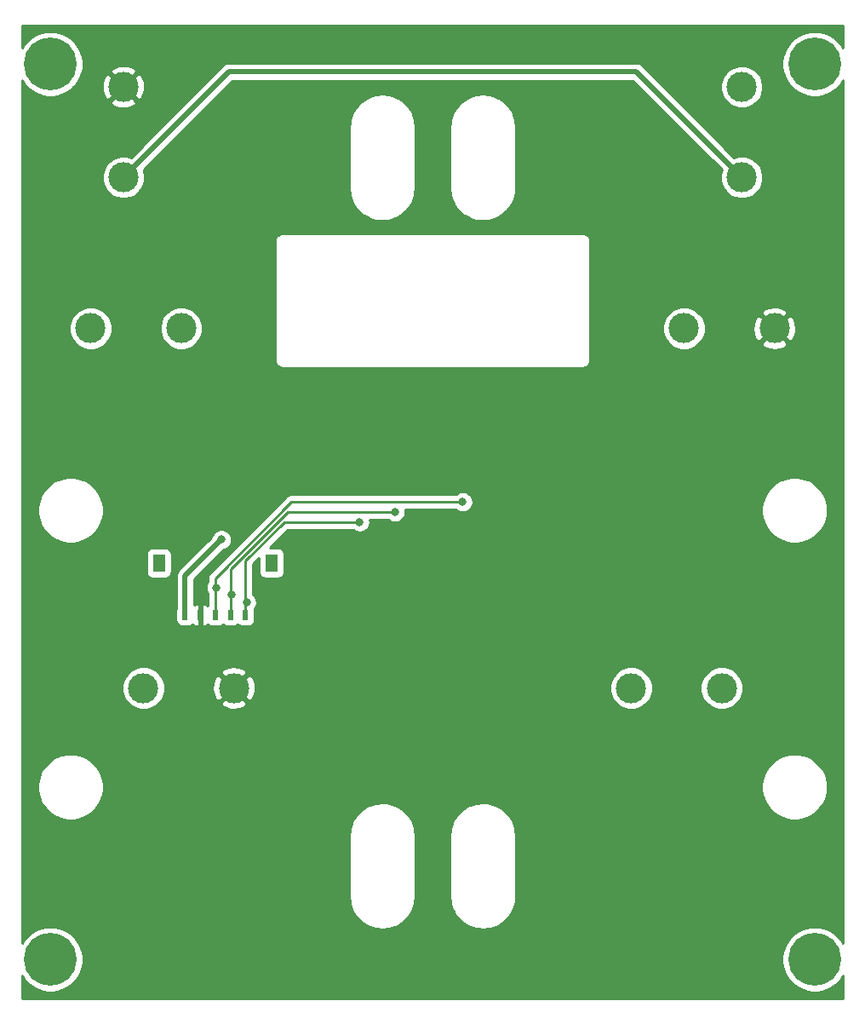
<source format=gbr>
%TF.GenerationSoftware,KiCad,Pcbnew,(5.1.10)-1*%
%TF.CreationDate,2022-05-09T18:00:36-07:00*%
%TF.ProjectId,solar-panel-WithCutout,736f6c61-722d-4706-916e-656c2d576974,1.0*%
%TF.SameCoordinates,Original*%
%TF.FileFunction,Copper,L2,Bot*%
%TF.FilePolarity,Positive*%
%FSLAX46Y46*%
G04 Gerber Fmt 4.6, Leading zero omitted, Abs format (unit mm)*
G04 Created by KiCad (PCBNEW (5.1.10)-1) date 2022-05-09 18:00:36*
%MOMM*%
%LPD*%
G01*
G04 APERTURE LIST*
%TA.AperFunction,ComponentPad*%
%ADD10C,5.250000*%
%TD*%
%TA.AperFunction,SMDPad,CuDef*%
%ADD11R,1.250000X1.800000*%
%TD*%
%TA.AperFunction,SMDPad,CuDef*%
%ADD12R,0.600000X1.000000*%
%TD*%
%TA.AperFunction,ComponentPad*%
%ADD13C,3.000000*%
%TD*%
%TA.AperFunction,ViaPad*%
%ADD14C,0.800000*%
%TD*%
%TA.AperFunction,Conductor*%
%ADD15C,0.250000*%
%TD*%
%TA.AperFunction,Conductor*%
%ADD16C,0.500000*%
%TD*%
%TA.AperFunction,Conductor*%
%ADD17C,0.254000*%
%TD*%
%TA.AperFunction,Conductor*%
%ADD18C,0.100000*%
%TD*%
G04 APERTURE END LIST*
D10*
%TO.P,J5,1*%
%TO.N,Net-(J5-Pad1)*%
X179500000Y-143230000D03*
%TD*%
%TO.P,J4,1*%
%TO.N,Net-(J4-Pad1)*%
X179500000Y-54230000D03*
%TD*%
%TO.P,J3,1*%
%TO.N,Net-(J3-Pad1)*%
X103500000Y-143230000D03*
%TD*%
%TO.P,J2,1*%
%TO.N,Net-(J2-Pad1)*%
X103500000Y-54230000D03*
%TD*%
D11*
%TO.P,J1,7*%
%TO.N,Net-(J1-Pad7)*%
X125500000Y-103810000D03*
%TO.P,J1,6*%
%TO.N,Net-(J1-Pad6)*%
X114290002Y-103810000D03*
D12*
%TO.P,J1,5*%
%TO.N,SDA*%
X122895002Y-109000000D03*
%TO.P,J1,4*%
%TO.N,SCL*%
X121395002Y-109000000D03*
%TO.P,J1,3*%
%TO.N,+3V3*%
X119895000Y-109000000D03*
%TO.P,J1,2*%
%TO.N,GND*%
X118395001Y-109000000D03*
%TO.P,J1,1*%
%TO.N,VSOLAR*%
X116895001Y-109000000D03*
%TD*%
D13*
%TO.P,SC6,2*%
%TO.N,GND*%
X110750000Y-56500000D03*
%TO.P,SC6,1*%
%TO.N,Net-(SC5-Pad2)*%
X110750000Y-65500000D03*
%TD*%
%TO.P,SC5,2*%
%TO.N,Net-(SC5-Pad2)*%
X172250000Y-65500000D03*
%TO.P,SC5,1*%
%TO.N,Net-(D3-Pad2)*%
X172250000Y-56500000D03*
%TD*%
%TO.P,SC4,2*%
%TO.N,GND*%
X175500000Y-80500000D03*
%TO.P,SC4,1*%
%TO.N,Net-(SC3-Pad2)*%
X166500000Y-80500000D03*
%TD*%
%TO.P,SC3,2*%
%TO.N,Net-(SC3-Pad2)*%
X170250000Y-116250000D03*
%TO.P,SC3,1*%
%TO.N,Net-(D2-Pad2)*%
X161250000Y-116250000D03*
%TD*%
%TO.P,SC2,2*%
%TO.N,GND*%
X121750000Y-116250000D03*
%TO.P,SC2,1*%
%TO.N,Net-(SC1-Pad2)*%
X112750000Y-116250000D03*
%TD*%
%TO.P,SC1,2*%
%TO.N,Net-(SC1-Pad2)*%
X116500000Y-80500000D03*
%TO.P,SC1,1*%
%TO.N,Net-(D1-Pad2)*%
X107500000Y-80500000D03*
%TD*%
D14*
%TO.N,GND*%
X142250000Y-91500000D03*
X146750000Y-114250000D03*
X143750000Y-124000000D03*
%TO.N,+3V3*%
X144500000Y-97750000D03*
X120000000Y-106250000D03*
%TO.N,VSOLAR*%
X120500000Y-101500000D03*
%TO.N,SDA*%
X134250000Y-99750000D03*
X123000000Y-107750000D03*
%TO.N,SCL*%
X137750000Y-98750000D03*
X121500000Y-107000000D03*
%TD*%
D15*
%TO.N,+3V3*%
X144500000Y-97750000D02*
X144500000Y-97750000D01*
X119895000Y-109000000D02*
X119895000Y-106605000D01*
X127477180Y-97750000D02*
X144500000Y-97750000D01*
X119895000Y-105332180D02*
X120238590Y-104988590D01*
X120238590Y-104988590D02*
X127477180Y-97750000D01*
X119895000Y-109000000D02*
X119895000Y-105332180D01*
X120000000Y-105227180D02*
X120238590Y-104988590D01*
D16*
%TO.N,VSOLAR*%
X120500000Y-101500000D02*
X120500000Y-101500000D01*
X120500000Y-101500000D02*
X117145001Y-104854999D01*
X116895001Y-105104999D02*
X117145001Y-104854999D01*
X116895001Y-109000000D02*
X116895001Y-105104999D01*
D15*
%TO.N,SDA*%
X134250000Y-99750000D02*
X134250000Y-99750000D01*
X126750000Y-99750000D02*
X134250000Y-99750000D01*
X122895002Y-103604998D02*
X126750000Y-99750000D01*
X122895002Y-109000000D02*
X122895002Y-103604998D01*
%TO.N,SCL*%
X137750000Y-98750000D02*
X137750000Y-98750000D01*
X127113590Y-98750000D02*
X137750000Y-98750000D01*
X121395002Y-104468588D02*
X127113590Y-98750000D01*
X121395002Y-109000000D02*
X121395002Y-104468588D01*
D16*
%TO.N,Net-(SC5-Pad2)*%
X110750000Y-65500000D02*
X121250000Y-55000000D01*
X161750000Y-55000000D02*
X172250000Y-65500000D01*
X121250000Y-55000000D02*
X161750000Y-55000000D01*
%TD*%
D17*
%TO.N,GND*%
X182340001Y-52612516D02*
X182032208Y-52151871D01*
X181578129Y-51697792D01*
X181044189Y-51341025D01*
X180450907Y-51095280D01*
X179821082Y-50970000D01*
X179178918Y-50970000D01*
X178549093Y-51095280D01*
X177955811Y-51341025D01*
X177421871Y-51697792D01*
X176967792Y-52151871D01*
X176611025Y-52685811D01*
X176365280Y-53279093D01*
X176240000Y-53908918D01*
X176240000Y-54551082D01*
X176365280Y-55180907D01*
X176611025Y-55774189D01*
X176967792Y-56308129D01*
X177421871Y-56762208D01*
X177955811Y-57118975D01*
X178549093Y-57364720D01*
X179178918Y-57490000D01*
X179821082Y-57490000D01*
X180450907Y-57364720D01*
X181044189Y-57118975D01*
X181578129Y-56762208D01*
X182032208Y-56308129D01*
X182340001Y-55847484D01*
X182340000Y-141612515D01*
X182032208Y-141151871D01*
X181578129Y-140697792D01*
X181044189Y-140341025D01*
X180450907Y-140095280D01*
X179821082Y-139970000D01*
X179178918Y-139970000D01*
X178549093Y-140095280D01*
X177955811Y-140341025D01*
X177421871Y-140697792D01*
X176967792Y-141151871D01*
X176611025Y-141685811D01*
X176365280Y-142279093D01*
X176240000Y-142908918D01*
X176240000Y-143551082D01*
X176365280Y-144180907D01*
X176611025Y-144774189D01*
X176967792Y-145308129D01*
X177421871Y-145762208D01*
X177955811Y-146118975D01*
X178549093Y-146364720D01*
X179178918Y-146490000D01*
X179821082Y-146490000D01*
X180450907Y-146364720D01*
X181044189Y-146118975D01*
X181578129Y-145762208D01*
X182032208Y-145308129D01*
X182340000Y-144847485D01*
X182340000Y-147090000D01*
X100660000Y-147090000D01*
X100660000Y-144847485D01*
X100967792Y-145308129D01*
X101421871Y-145762208D01*
X101955811Y-146118975D01*
X102549093Y-146364720D01*
X103178918Y-146490000D01*
X103821082Y-146490000D01*
X104450907Y-146364720D01*
X105044189Y-146118975D01*
X105578129Y-145762208D01*
X106032208Y-145308129D01*
X106388975Y-144774189D01*
X106634720Y-144180907D01*
X106760000Y-143551082D01*
X106760000Y-142908918D01*
X106634720Y-142279093D01*
X106388975Y-141685811D01*
X106032208Y-141151871D01*
X105578129Y-140697792D01*
X105044189Y-140341025D01*
X104450907Y-140095280D01*
X103821082Y-139970000D01*
X103178918Y-139970000D01*
X102549093Y-140095280D01*
X101955811Y-140341025D01*
X101421871Y-140697792D01*
X100967792Y-141151871D01*
X100660000Y-141612515D01*
X100660000Y-130897582D01*
X133190000Y-130897582D01*
X133190001Y-136962419D01*
X133190226Y-136964702D01*
X133190274Y-136971602D01*
X133193408Y-137001421D01*
X133193408Y-137031405D01*
X133194371Y-137040570D01*
X133252022Y-137554536D01*
X133264458Y-137613039D01*
X133276078Y-137671727D01*
X133278803Y-137680530D01*
X133435185Y-138173509D01*
X133458736Y-138228456D01*
X133481545Y-138283797D01*
X133485929Y-138291903D01*
X133735087Y-138745120D01*
X133768856Y-138794439D01*
X133801985Y-138844303D01*
X133807860Y-138851403D01*
X134140302Y-139247593D01*
X134183052Y-139289456D01*
X134225192Y-139331892D01*
X134232334Y-139337716D01*
X134635399Y-139661789D01*
X134685452Y-139694542D01*
X134735045Y-139727994D01*
X134743182Y-139732320D01*
X135201518Y-139971931D01*
X135256950Y-139994327D01*
X135312126Y-140017521D01*
X135320948Y-140020184D01*
X135817094Y-140166208D01*
X135875828Y-140177412D01*
X135934451Y-140189446D01*
X135943623Y-140190345D01*
X136458683Y-140237219D01*
X136518501Y-140236801D01*
X136578318Y-140237219D01*
X136587489Y-140236319D01*
X136587491Y-140236319D01*
X137101845Y-140182258D01*
X137160401Y-140170238D01*
X137219201Y-140159022D01*
X137228023Y-140156358D01*
X137722084Y-140003421D01*
X137777252Y-139980230D01*
X137832691Y-139957832D01*
X137840827Y-139953506D01*
X138295772Y-139707519D01*
X138345373Y-139674063D01*
X138395420Y-139641313D01*
X138402561Y-139635489D01*
X138801062Y-139305820D01*
X138843221Y-139263365D01*
X138885951Y-139221521D01*
X138891825Y-139214420D01*
X139218704Y-138813628D01*
X139251798Y-138763817D01*
X139285604Y-138714445D01*
X139289987Y-138706339D01*
X139532792Y-138249687D01*
X139555583Y-138194393D01*
X139579153Y-138139400D01*
X139581878Y-138130597D01*
X139731362Y-137635482D01*
X139742982Y-137576794D01*
X139755418Y-137518291D01*
X139756381Y-137509126D01*
X139806850Y-136994405D01*
X139806850Y-136994402D01*
X139810000Y-136962419D01*
X139810000Y-130897582D01*
X143190000Y-130897582D01*
X143190001Y-136962419D01*
X143190226Y-136964702D01*
X143190274Y-136971602D01*
X143193408Y-137001421D01*
X143193408Y-137031405D01*
X143194371Y-137040570D01*
X143252022Y-137554536D01*
X143264458Y-137613039D01*
X143276078Y-137671727D01*
X143278803Y-137680530D01*
X143435185Y-138173509D01*
X143458736Y-138228456D01*
X143481545Y-138283797D01*
X143485929Y-138291903D01*
X143735087Y-138745120D01*
X143768856Y-138794439D01*
X143801985Y-138844303D01*
X143807860Y-138851403D01*
X144140302Y-139247593D01*
X144183052Y-139289456D01*
X144225192Y-139331892D01*
X144232334Y-139337716D01*
X144635399Y-139661789D01*
X144685452Y-139694542D01*
X144735045Y-139727994D01*
X144743182Y-139732320D01*
X145201518Y-139971931D01*
X145256950Y-139994327D01*
X145312126Y-140017521D01*
X145320948Y-140020184D01*
X145817094Y-140166208D01*
X145875828Y-140177412D01*
X145934451Y-140189446D01*
X145943623Y-140190345D01*
X146458683Y-140237219D01*
X146518501Y-140236801D01*
X146578318Y-140237219D01*
X146587489Y-140236319D01*
X146587491Y-140236319D01*
X147101845Y-140182258D01*
X147160401Y-140170238D01*
X147219201Y-140159022D01*
X147228023Y-140156358D01*
X147722084Y-140003421D01*
X147777252Y-139980230D01*
X147832691Y-139957832D01*
X147840827Y-139953506D01*
X148295772Y-139707519D01*
X148345373Y-139674063D01*
X148395420Y-139641313D01*
X148402561Y-139635489D01*
X148801062Y-139305820D01*
X148843221Y-139263365D01*
X148885951Y-139221521D01*
X148891825Y-139214420D01*
X149218704Y-138813628D01*
X149251798Y-138763817D01*
X149285604Y-138714445D01*
X149289987Y-138706339D01*
X149532792Y-138249687D01*
X149555583Y-138194393D01*
X149579153Y-138139400D01*
X149581878Y-138130597D01*
X149731362Y-137635482D01*
X149742982Y-137576794D01*
X149755418Y-137518291D01*
X149756381Y-137509126D01*
X149806850Y-136994405D01*
X149806850Y-136994402D01*
X149810000Y-136962419D01*
X149810000Y-130897581D01*
X149809774Y-130895287D01*
X149809726Y-130888398D01*
X149806592Y-130858579D01*
X149806592Y-130828594D01*
X149805629Y-130819430D01*
X149747978Y-130305464D01*
X149735542Y-130246961D01*
X149723922Y-130188273D01*
X149721197Y-130179470D01*
X149564815Y-129686490D01*
X149541259Y-129631530D01*
X149518455Y-129576203D01*
X149514072Y-129568097D01*
X149264913Y-129114880D01*
X149231126Y-129065535D01*
X149198014Y-129015697D01*
X149192140Y-129008597D01*
X148859697Y-128612407D01*
X148816967Y-128570563D01*
X148774808Y-128528108D01*
X148767666Y-128522284D01*
X148364601Y-128198212D01*
X148314582Y-128165481D01*
X148264955Y-128132006D01*
X148256818Y-128127680D01*
X147798482Y-127888068D01*
X147743017Y-127865659D01*
X147687874Y-127842479D01*
X147679052Y-127839816D01*
X147182905Y-127693792D01*
X147124186Y-127682591D01*
X147065549Y-127670554D01*
X147056378Y-127669655D01*
X146541317Y-127622781D01*
X146481500Y-127623199D01*
X146421682Y-127622781D01*
X146412511Y-127623681D01*
X145898155Y-127677742D01*
X145839624Y-127689757D01*
X145780799Y-127700978D01*
X145771977Y-127703642D01*
X145277917Y-127856579D01*
X145222762Y-127879764D01*
X145167309Y-127902168D01*
X145159177Y-127906493D01*
X145159172Y-127906495D01*
X145159168Y-127906498D01*
X144704228Y-128152481D01*
X144654627Y-128185937D01*
X144604580Y-128218687D01*
X144597439Y-128224512D01*
X144198938Y-128554180D01*
X144156781Y-128596632D01*
X144114048Y-128638479D01*
X144108174Y-128645580D01*
X143781296Y-129046373D01*
X143748203Y-129096181D01*
X143714396Y-129145555D01*
X143710013Y-129153661D01*
X143467207Y-129610313D01*
X143444408Y-129665628D01*
X143420847Y-129720600D01*
X143418122Y-129729403D01*
X143268638Y-130224518D01*
X143257015Y-130283221D01*
X143244582Y-130341710D01*
X143243619Y-130350874D01*
X143193150Y-130865595D01*
X143190000Y-130897582D01*
X139810000Y-130897582D01*
X139810000Y-130897581D01*
X139809774Y-130895287D01*
X139809726Y-130888398D01*
X139806592Y-130858579D01*
X139806592Y-130828594D01*
X139805629Y-130819430D01*
X139747978Y-130305464D01*
X139735542Y-130246961D01*
X139723922Y-130188273D01*
X139721197Y-130179470D01*
X139564815Y-129686490D01*
X139541259Y-129631530D01*
X139518455Y-129576203D01*
X139514072Y-129568097D01*
X139264913Y-129114880D01*
X139231126Y-129065535D01*
X139198014Y-129015697D01*
X139192140Y-129008597D01*
X138859697Y-128612407D01*
X138816967Y-128570563D01*
X138774808Y-128528108D01*
X138767666Y-128522284D01*
X138364601Y-128198212D01*
X138314582Y-128165481D01*
X138264955Y-128132006D01*
X138256818Y-128127680D01*
X137798482Y-127888068D01*
X137743017Y-127865659D01*
X137687874Y-127842479D01*
X137679052Y-127839816D01*
X137182905Y-127693792D01*
X137124186Y-127682591D01*
X137065549Y-127670554D01*
X137056378Y-127669655D01*
X136541317Y-127622781D01*
X136481500Y-127623199D01*
X136421682Y-127622781D01*
X136412511Y-127623681D01*
X135898155Y-127677742D01*
X135839624Y-127689757D01*
X135780799Y-127700978D01*
X135771977Y-127703642D01*
X135277917Y-127856579D01*
X135222762Y-127879764D01*
X135167309Y-127902168D01*
X135159177Y-127906493D01*
X135159172Y-127906495D01*
X135159168Y-127906498D01*
X134704228Y-128152481D01*
X134654627Y-128185937D01*
X134604580Y-128218687D01*
X134597439Y-128224512D01*
X134198938Y-128554180D01*
X134156781Y-128596632D01*
X134114048Y-128638479D01*
X134108174Y-128645580D01*
X133781296Y-129046373D01*
X133748203Y-129096181D01*
X133714396Y-129145555D01*
X133710013Y-129153661D01*
X133467207Y-129610313D01*
X133444408Y-129665628D01*
X133420847Y-129720600D01*
X133418122Y-129729403D01*
X133268638Y-130224518D01*
X133257015Y-130283221D01*
X133244582Y-130341710D01*
X133243619Y-130350874D01*
X133193150Y-130865595D01*
X133190000Y-130897582D01*
X100660000Y-130897582D01*
X100660000Y-125756053D01*
X102210914Y-125756053D01*
X102210914Y-126403947D01*
X102337312Y-127039391D01*
X102585250Y-127637966D01*
X102945200Y-128176670D01*
X103403330Y-128634800D01*
X103942034Y-128994750D01*
X104540609Y-129242688D01*
X105176053Y-129369086D01*
X105823947Y-129369086D01*
X106459391Y-129242688D01*
X107057966Y-128994750D01*
X107596670Y-128634800D01*
X108054800Y-128176670D01*
X108414750Y-127637966D01*
X108662688Y-127039391D01*
X108789086Y-126403947D01*
X108789086Y-125756053D01*
X174210914Y-125756053D01*
X174210914Y-126403947D01*
X174337312Y-127039391D01*
X174585250Y-127637966D01*
X174945200Y-128176670D01*
X175403330Y-128634800D01*
X175942034Y-128994750D01*
X176540609Y-129242688D01*
X177176053Y-129369086D01*
X177823947Y-129369086D01*
X178459391Y-129242688D01*
X179057966Y-128994750D01*
X179596670Y-128634800D01*
X180054800Y-128176670D01*
X180414750Y-127637966D01*
X180662688Y-127039391D01*
X180789086Y-126403947D01*
X180789086Y-125756053D01*
X180662688Y-125120609D01*
X180414750Y-124522034D01*
X180054800Y-123983330D01*
X179596670Y-123525200D01*
X179057966Y-123165250D01*
X178459391Y-122917312D01*
X177823947Y-122790914D01*
X177176053Y-122790914D01*
X176540609Y-122917312D01*
X175942034Y-123165250D01*
X175403330Y-123525200D01*
X174945200Y-123983330D01*
X174585250Y-124522034D01*
X174337312Y-125120609D01*
X174210914Y-125756053D01*
X108789086Y-125756053D01*
X108662688Y-125120609D01*
X108414750Y-124522034D01*
X108054800Y-123983330D01*
X107596670Y-123525200D01*
X107057966Y-123165250D01*
X106459391Y-122917312D01*
X105823947Y-122790914D01*
X105176053Y-122790914D01*
X104540609Y-122917312D01*
X103942034Y-123165250D01*
X103403330Y-123525200D01*
X102945200Y-123983330D01*
X102585250Y-124522034D01*
X102337312Y-125120609D01*
X102210914Y-125756053D01*
X100660000Y-125756053D01*
X100660000Y-116039721D01*
X110615000Y-116039721D01*
X110615000Y-116460279D01*
X110697047Y-116872756D01*
X110857988Y-117261302D01*
X111091637Y-117610983D01*
X111389017Y-117908363D01*
X111738698Y-118142012D01*
X112127244Y-118302953D01*
X112539721Y-118385000D01*
X112960279Y-118385000D01*
X113372756Y-118302953D01*
X113761302Y-118142012D01*
X114110983Y-117908363D01*
X114277693Y-117741653D01*
X120437952Y-117741653D01*
X120593962Y-118057214D01*
X120968745Y-118248020D01*
X121373551Y-118362044D01*
X121792824Y-118394902D01*
X122210451Y-118345334D01*
X122610383Y-118215243D01*
X122906038Y-118057214D01*
X123062048Y-117741653D01*
X121750000Y-116429605D01*
X120437952Y-117741653D01*
X114277693Y-117741653D01*
X114408363Y-117610983D01*
X114642012Y-117261302D01*
X114802953Y-116872756D01*
X114885000Y-116460279D01*
X114885000Y-116292824D01*
X119605098Y-116292824D01*
X119654666Y-116710451D01*
X119784757Y-117110383D01*
X119942786Y-117406038D01*
X120258347Y-117562048D01*
X121570395Y-116250000D01*
X121929605Y-116250000D01*
X123241653Y-117562048D01*
X123557214Y-117406038D01*
X123748020Y-117031255D01*
X123862044Y-116626449D01*
X123894902Y-116207176D01*
X123875027Y-116039721D01*
X159115000Y-116039721D01*
X159115000Y-116460279D01*
X159197047Y-116872756D01*
X159357988Y-117261302D01*
X159591637Y-117610983D01*
X159889017Y-117908363D01*
X160238698Y-118142012D01*
X160627244Y-118302953D01*
X161039721Y-118385000D01*
X161460279Y-118385000D01*
X161872756Y-118302953D01*
X162261302Y-118142012D01*
X162610983Y-117908363D01*
X162908363Y-117610983D01*
X163142012Y-117261302D01*
X163302953Y-116872756D01*
X163385000Y-116460279D01*
X163385000Y-116039721D01*
X168115000Y-116039721D01*
X168115000Y-116460279D01*
X168197047Y-116872756D01*
X168357988Y-117261302D01*
X168591637Y-117610983D01*
X168889017Y-117908363D01*
X169238698Y-118142012D01*
X169627244Y-118302953D01*
X170039721Y-118385000D01*
X170460279Y-118385000D01*
X170872756Y-118302953D01*
X171261302Y-118142012D01*
X171610983Y-117908363D01*
X171908363Y-117610983D01*
X172142012Y-117261302D01*
X172302953Y-116872756D01*
X172385000Y-116460279D01*
X172385000Y-116039721D01*
X172302953Y-115627244D01*
X172142012Y-115238698D01*
X171908363Y-114889017D01*
X171610983Y-114591637D01*
X171261302Y-114357988D01*
X170872756Y-114197047D01*
X170460279Y-114115000D01*
X170039721Y-114115000D01*
X169627244Y-114197047D01*
X169238698Y-114357988D01*
X168889017Y-114591637D01*
X168591637Y-114889017D01*
X168357988Y-115238698D01*
X168197047Y-115627244D01*
X168115000Y-116039721D01*
X163385000Y-116039721D01*
X163302953Y-115627244D01*
X163142012Y-115238698D01*
X162908363Y-114889017D01*
X162610983Y-114591637D01*
X162261302Y-114357988D01*
X161872756Y-114197047D01*
X161460279Y-114115000D01*
X161039721Y-114115000D01*
X160627244Y-114197047D01*
X160238698Y-114357988D01*
X159889017Y-114591637D01*
X159591637Y-114889017D01*
X159357988Y-115238698D01*
X159197047Y-115627244D01*
X159115000Y-116039721D01*
X123875027Y-116039721D01*
X123845334Y-115789549D01*
X123715243Y-115389617D01*
X123557214Y-115093962D01*
X123241653Y-114937952D01*
X121929605Y-116250000D01*
X121570395Y-116250000D01*
X120258347Y-114937952D01*
X119942786Y-115093962D01*
X119751980Y-115468745D01*
X119637956Y-115873551D01*
X119605098Y-116292824D01*
X114885000Y-116292824D01*
X114885000Y-116039721D01*
X114802953Y-115627244D01*
X114642012Y-115238698D01*
X114408363Y-114889017D01*
X114277693Y-114758347D01*
X120437952Y-114758347D01*
X121750000Y-116070395D01*
X123062048Y-114758347D01*
X122906038Y-114442786D01*
X122531255Y-114251980D01*
X122126449Y-114137956D01*
X121707176Y-114105098D01*
X121289549Y-114154666D01*
X120889617Y-114284757D01*
X120593962Y-114442786D01*
X120437952Y-114758347D01*
X114277693Y-114758347D01*
X114110983Y-114591637D01*
X113761302Y-114357988D01*
X113372756Y-114197047D01*
X112960279Y-114115000D01*
X112539721Y-114115000D01*
X112127244Y-114197047D01*
X111738698Y-114357988D01*
X111389017Y-114591637D01*
X111091637Y-114889017D01*
X110857988Y-115238698D01*
X110697047Y-115627244D01*
X110615000Y-116039721D01*
X100660000Y-116039721D01*
X100660000Y-108500000D01*
X115956929Y-108500000D01*
X115956929Y-109500000D01*
X115969189Y-109624482D01*
X116005499Y-109744180D01*
X116064464Y-109854494D01*
X116143816Y-109951185D01*
X116240507Y-110030537D01*
X116350821Y-110089502D01*
X116470519Y-110125812D01*
X116595001Y-110138072D01*
X117195001Y-110138072D01*
X117319483Y-110125812D01*
X117439181Y-110089502D01*
X117549495Y-110030537D01*
X117645001Y-109952158D01*
X117740507Y-110030537D01*
X117850821Y-110089502D01*
X117970519Y-110125812D01*
X118095001Y-110138072D01*
X118109251Y-110135000D01*
X118268001Y-109976250D01*
X118268001Y-109127000D01*
X118248001Y-109127000D01*
X118248001Y-108873000D01*
X118268001Y-108873000D01*
X118268001Y-108023750D01*
X118522001Y-108023750D01*
X118522001Y-108873000D01*
X118542001Y-108873000D01*
X118542001Y-109127000D01*
X118522001Y-109127000D01*
X118522001Y-109976250D01*
X118680751Y-110135000D01*
X118695001Y-110138072D01*
X118819483Y-110125812D01*
X118939181Y-110089502D01*
X119049495Y-110030537D01*
X119145001Y-109952158D01*
X119240506Y-110030537D01*
X119350820Y-110089502D01*
X119470518Y-110125812D01*
X119595000Y-110138072D01*
X120195000Y-110138072D01*
X120319482Y-110125812D01*
X120439180Y-110089502D01*
X120549494Y-110030537D01*
X120645001Y-109952157D01*
X120740508Y-110030537D01*
X120850822Y-110089502D01*
X120970520Y-110125812D01*
X121095002Y-110138072D01*
X121695002Y-110138072D01*
X121819484Y-110125812D01*
X121939182Y-110089502D01*
X122049496Y-110030537D01*
X122145002Y-109952158D01*
X122240508Y-110030537D01*
X122350822Y-110089502D01*
X122470520Y-110125812D01*
X122595002Y-110138072D01*
X123195002Y-110138072D01*
X123319484Y-110125812D01*
X123439182Y-110089502D01*
X123549496Y-110030537D01*
X123646187Y-109951185D01*
X123725539Y-109854494D01*
X123784504Y-109744180D01*
X123820814Y-109624482D01*
X123833074Y-109500000D01*
X123833074Y-108500000D01*
X123821586Y-108383360D01*
X123917205Y-108240256D01*
X123995226Y-108051898D01*
X124035000Y-107851939D01*
X124035000Y-107648061D01*
X123995226Y-107448102D01*
X123917205Y-107259744D01*
X123803937Y-107090226D01*
X123659774Y-106946063D01*
X123655002Y-106942874D01*
X123655002Y-103919799D01*
X124236928Y-103337873D01*
X124236928Y-104710000D01*
X124249188Y-104834482D01*
X124285498Y-104954180D01*
X124344463Y-105064494D01*
X124423815Y-105161185D01*
X124520506Y-105240537D01*
X124630820Y-105299502D01*
X124750518Y-105335812D01*
X124875000Y-105348072D01*
X126125000Y-105348072D01*
X126249482Y-105335812D01*
X126369180Y-105299502D01*
X126479494Y-105240537D01*
X126576185Y-105161185D01*
X126655537Y-105064494D01*
X126714502Y-104954180D01*
X126750812Y-104834482D01*
X126763072Y-104710000D01*
X126763072Y-102910000D01*
X126750812Y-102785518D01*
X126714502Y-102665820D01*
X126655537Y-102555506D01*
X126576185Y-102458815D01*
X126479494Y-102379463D01*
X126369180Y-102320498D01*
X126249482Y-102284188D01*
X126125000Y-102271928D01*
X125302874Y-102271928D01*
X127064803Y-100510000D01*
X133546289Y-100510000D01*
X133590226Y-100553937D01*
X133759744Y-100667205D01*
X133948102Y-100745226D01*
X134148061Y-100785000D01*
X134351939Y-100785000D01*
X134551898Y-100745226D01*
X134740256Y-100667205D01*
X134909774Y-100553937D01*
X135053937Y-100409774D01*
X135167205Y-100240256D01*
X135245226Y-100051898D01*
X135285000Y-99851939D01*
X135285000Y-99648061D01*
X135257538Y-99510000D01*
X137046289Y-99510000D01*
X137090226Y-99553937D01*
X137259744Y-99667205D01*
X137448102Y-99745226D01*
X137648061Y-99785000D01*
X137851939Y-99785000D01*
X138051898Y-99745226D01*
X138240256Y-99667205D01*
X138409774Y-99553937D01*
X138553937Y-99409774D01*
X138667205Y-99240256D01*
X138745226Y-99051898D01*
X138785000Y-98851939D01*
X138785000Y-98648061D01*
X138757538Y-98510000D01*
X143796289Y-98510000D01*
X143840226Y-98553937D01*
X144009744Y-98667205D01*
X144198102Y-98745226D01*
X144398061Y-98785000D01*
X144601939Y-98785000D01*
X144801898Y-98745226D01*
X144990256Y-98667205D01*
X145159774Y-98553937D01*
X145303937Y-98409774D01*
X145406649Y-98256053D01*
X174210914Y-98256053D01*
X174210914Y-98903947D01*
X174337312Y-99539391D01*
X174585250Y-100137966D01*
X174945200Y-100676670D01*
X175403330Y-101134800D01*
X175942034Y-101494750D01*
X176540609Y-101742688D01*
X177176053Y-101869086D01*
X177823947Y-101869086D01*
X178459391Y-101742688D01*
X179057966Y-101494750D01*
X179596670Y-101134800D01*
X180054800Y-100676670D01*
X180414750Y-100137966D01*
X180662688Y-99539391D01*
X180789086Y-98903947D01*
X180789086Y-98256053D01*
X180662688Y-97620609D01*
X180414750Y-97022034D01*
X180054800Y-96483330D01*
X179596670Y-96025200D01*
X179057966Y-95665250D01*
X178459391Y-95417312D01*
X177823947Y-95290914D01*
X177176053Y-95290914D01*
X176540609Y-95417312D01*
X175942034Y-95665250D01*
X175403330Y-96025200D01*
X174945200Y-96483330D01*
X174585250Y-97022034D01*
X174337312Y-97620609D01*
X174210914Y-98256053D01*
X145406649Y-98256053D01*
X145417205Y-98240256D01*
X145495226Y-98051898D01*
X145535000Y-97851939D01*
X145535000Y-97648061D01*
X145495226Y-97448102D01*
X145417205Y-97259744D01*
X145303937Y-97090226D01*
X145159774Y-96946063D01*
X144990256Y-96832795D01*
X144801898Y-96754774D01*
X144601939Y-96715000D01*
X144398061Y-96715000D01*
X144198102Y-96754774D01*
X144009744Y-96832795D01*
X143840226Y-96946063D01*
X143796289Y-96990000D01*
X127514502Y-96990000D01*
X127477179Y-96986324D01*
X127439856Y-96990000D01*
X127439847Y-96990000D01*
X127328194Y-97000997D01*
X127184933Y-97044454D01*
X127052903Y-97115026D01*
X126969263Y-97183668D01*
X126937179Y-97209999D01*
X126913381Y-97238997D01*
X119727588Y-104424791D01*
X119383998Y-104768381D01*
X119355000Y-104792179D01*
X119331202Y-104821177D01*
X119331201Y-104821178D01*
X119260026Y-104907904D01*
X119189454Y-105039934D01*
X119169718Y-105104999D01*
X119145998Y-105183194D01*
X119142865Y-105215000D01*
X119131324Y-105332180D01*
X119135001Y-105369512D01*
X119135001Y-105681612D01*
X119082795Y-105759744D01*
X119004774Y-105948102D01*
X118965000Y-106148061D01*
X118965000Y-106351939D01*
X119004774Y-106551898D01*
X119082795Y-106740256D01*
X119135001Y-106818387D01*
X119135000Y-108039635D01*
X119049495Y-107969463D01*
X118939181Y-107910498D01*
X118819483Y-107874188D01*
X118695001Y-107861928D01*
X118680751Y-107865000D01*
X118522001Y-108023750D01*
X118268001Y-108023750D01*
X118109251Y-107865000D01*
X118095001Y-107861928D01*
X117970519Y-107874188D01*
X117850821Y-107910498D01*
X117780001Y-107948353D01*
X117780001Y-105471577D01*
X117801533Y-105450045D01*
X120745044Y-102506535D01*
X120801898Y-102495226D01*
X120990256Y-102417205D01*
X121159774Y-102303937D01*
X121303937Y-102159774D01*
X121417205Y-101990256D01*
X121495226Y-101801898D01*
X121535000Y-101601939D01*
X121535000Y-101398061D01*
X121495226Y-101198102D01*
X121417205Y-101009744D01*
X121303937Y-100840226D01*
X121159774Y-100696063D01*
X120990256Y-100582795D01*
X120801898Y-100504774D01*
X120601939Y-100465000D01*
X120398061Y-100465000D01*
X120198102Y-100504774D01*
X120009744Y-100582795D01*
X119840226Y-100696063D01*
X119696063Y-100840226D01*
X119582795Y-101009744D01*
X119504774Y-101198102D01*
X119493465Y-101254956D01*
X116549955Y-104198467D01*
X116299953Y-104448469D01*
X116266185Y-104476182D01*
X116238472Y-104509950D01*
X116238469Y-104509953D01*
X116155591Y-104610940D01*
X116073413Y-104764686D01*
X116022806Y-104931509D01*
X116005720Y-105104999D01*
X116010002Y-105148478D01*
X116010001Y-108247397D01*
X116005499Y-108255820D01*
X115969189Y-108375518D01*
X115956929Y-108500000D01*
X100660000Y-108500000D01*
X100660000Y-102910000D01*
X113026930Y-102910000D01*
X113026930Y-104710000D01*
X113039190Y-104834482D01*
X113075500Y-104954180D01*
X113134465Y-105064494D01*
X113213817Y-105161185D01*
X113310508Y-105240537D01*
X113420822Y-105299502D01*
X113540520Y-105335812D01*
X113665002Y-105348072D01*
X114915002Y-105348072D01*
X115039484Y-105335812D01*
X115159182Y-105299502D01*
X115269496Y-105240537D01*
X115366187Y-105161185D01*
X115445539Y-105064494D01*
X115504504Y-104954180D01*
X115540814Y-104834482D01*
X115553074Y-104710000D01*
X115553074Y-102910000D01*
X115540814Y-102785518D01*
X115504504Y-102665820D01*
X115445539Y-102555506D01*
X115366187Y-102458815D01*
X115269496Y-102379463D01*
X115159182Y-102320498D01*
X115039484Y-102284188D01*
X114915002Y-102271928D01*
X113665002Y-102271928D01*
X113540520Y-102284188D01*
X113420822Y-102320498D01*
X113310508Y-102379463D01*
X113213817Y-102458815D01*
X113134465Y-102555506D01*
X113075500Y-102665820D01*
X113039190Y-102785518D01*
X113026930Y-102910000D01*
X100660000Y-102910000D01*
X100660000Y-98256053D01*
X102210914Y-98256053D01*
X102210914Y-98903947D01*
X102337312Y-99539391D01*
X102585250Y-100137966D01*
X102945200Y-100676670D01*
X103403330Y-101134800D01*
X103942034Y-101494750D01*
X104540609Y-101742688D01*
X105176053Y-101869086D01*
X105823947Y-101869086D01*
X106459391Y-101742688D01*
X107057966Y-101494750D01*
X107596670Y-101134800D01*
X108054800Y-100676670D01*
X108414750Y-100137966D01*
X108662688Y-99539391D01*
X108789086Y-98903947D01*
X108789086Y-98256053D01*
X108662688Y-97620609D01*
X108414750Y-97022034D01*
X108054800Y-96483330D01*
X107596670Y-96025200D01*
X107057966Y-95665250D01*
X106459391Y-95417312D01*
X105823947Y-95290914D01*
X105176053Y-95290914D01*
X104540609Y-95417312D01*
X103942034Y-95665250D01*
X103403330Y-96025200D01*
X102945200Y-96483330D01*
X102585250Y-97022034D01*
X102337312Y-97620609D01*
X102210914Y-98256053D01*
X100660000Y-98256053D01*
X100660000Y-80289721D01*
X105365000Y-80289721D01*
X105365000Y-80710279D01*
X105447047Y-81122756D01*
X105607988Y-81511302D01*
X105841637Y-81860983D01*
X106139017Y-82158363D01*
X106488698Y-82392012D01*
X106877244Y-82552953D01*
X107289721Y-82635000D01*
X107710279Y-82635000D01*
X108122756Y-82552953D01*
X108511302Y-82392012D01*
X108860983Y-82158363D01*
X109158363Y-81860983D01*
X109392012Y-81511302D01*
X109552953Y-81122756D01*
X109635000Y-80710279D01*
X109635000Y-80289721D01*
X114365000Y-80289721D01*
X114365000Y-80710279D01*
X114447047Y-81122756D01*
X114607988Y-81511302D01*
X114841637Y-81860983D01*
X115139017Y-82158363D01*
X115488698Y-82392012D01*
X115877244Y-82552953D01*
X116289721Y-82635000D01*
X116710279Y-82635000D01*
X117122756Y-82552953D01*
X117511302Y-82392012D01*
X117860983Y-82158363D01*
X118158363Y-81860983D01*
X118392012Y-81511302D01*
X118552953Y-81122756D01*
X118635000Y-80710279D01*
X118635000Y-80289721D01*
X118552953Y-79877244D01*
X118392012Y-79488698D01*
X118158363Y-79139017D01*
X117860983Y-78841637D01*
X117511302Y-78607988D01*
X117122756Y-78447047D01*
X116710279Y-78365000D01*
X116289721Y-78365000D01*
X115877244Y-78447047D01*
X115488698Y-78607988D01*
X115139017Y-78841637D01*
X114841637Y-79139017D01*
X114607988Y-79488698D01*
X114447047Y-79877244D01*
X114365000Y-80289721D01*
X109635000Y-80289721D01*
X109552953Y-79877244D01*
X109392012Y-79488698D01*
X109158363Y-79139017D01*
X108860983Y-78841637D01*
X108511302Y-78607988D01*
X108122756Y-78447047D01*
X107710279Y-78365000D01*
X107289721Y-78365000D01*
X106877244Y-78447047D01*
X106488698Y-78607988D01*
X106139017Y-78841637D01*
X105841637Y-79139017D01*
X105607988Y-79488698D01*
X105447047Y-79877244D01*
X105365000Y-80289721D01*
X100660000Y-80289721D01*
X100660000Y-71750000D01*
X125836807Y-71750000D01*
X125840001Y-71782429D01*
X125840000Y-83717581D01*
X125836807Y-83750000D01*
X125849550Y-83879383D01*
X125887290Y-84003793D01*
X125948575Y-84118450D01*
X126031052Y-84218948D01*
X126131550Y-84301425D01*
X126246207Y-84362710D01*
X126370617Y-84400450D01*
X126500000Y-84413193D01*
X126532419Y-84410000D01*
X156467581Y-84410000D01*
X156500000Y-84413193D01*
X156532419Y-84410000D01*
X156629383Y-84400450D01*
X156753793Y-84362710D01*
X156868450Y-84301425D01*
X156968948Y-84218948D01*
X157051425Y-84118450D01*
X157112710Y-84003793D01*
X157150450Y-83879383D01*
X157163193Y-83750000D01*
X157160000Y-83717581D01*
X157160000Y-80289721D01*
X164365000Y-80289721D01*
X164365000Y-80710279D01*
X164447047Y-81122756D01*
X164607988Y-81511302D01*
X164841637Y-81860983D01*
X165139017Y-82158363D01*
X165488698Y-82392012D01*
X165877244Y-82552953D01*
X166289721Y-82635000D01*
X166710279Y-82635000D01*
X167122756Y-82552953D01*
X167511302Y-82392012D01*
X167860983Y-82158363D01*
X168027693Y-81991653D01*
X174187952Y-81991653D01*
X174343962Y-82307214D01*
X174718745Y-82498020D01*
X175123551Y-82612044D01*
X175542824Y-82644902D01*
X175960451Y-82595334D01*
X176360383Y-82465243D01*
X176656038Y-82307214D01*
X176812048Y-81991653D01*
X175500000Y-80679605D01*
X174187952Y-81991653D01*
X168027693Y-81991653D01*
X168158363Y-81860983D01*
X168392012Y-81511302D01*
X168552953Y-81122756D01*
X168635000Y-80710279D01*
X168635000Y-80542824D01*
X173355098Y-80542824D01*
X173404666Y-80960451D01*
X173534757Y-81360383D01*
X173692786Y-81656038D01*
X174008347Y-81812048D01*
X175320395Y-80500000D01*
X175679605Y-80500000D01*
X176991653Y-81812048D01*
X177307214Y-81656038D01*
X177498020Y-81281255D01*
X177612044Y-80876449D01*
X177644902Y-80457176D01*
X177595334Y-80039549D01*
X177465243Y-79639617D01*
X177307214Y-79343962D01*
X176991653Y-79187952D01*
X175679605Y-80500000D01*
X175320395Y-80500000D01*
X174008347Y-79187952D01*
X173692786Y-79343962D01*
X173501980Y-79718745D01*
X173387956Y-80123551D01*
X173355098Y-80542824D01*
X168635000Y-80542824D01*
X168635000Y-80289721D01*
X168552953Y-79877244D01*
X168392012Y-79488698D01*
X168158363Y-79139017D01*
X168027693Y-79008347D01*
X174187952Y-79008347D01*
X175500000Y-80320395D01*
X176812048Y-79008347D01*
X176656038Y-78692786D01*
X176281255Y-78501980D01*
X175876449Y-78387956D01*
X175457176Y-78355098D01*
X175039549Y-78404666D01*
X174639617Y-78534757D01*
X174343962Y-78692786D01*
X174187952Y-79008347D01*
X168027693Y-79008347D01*
X167860983Y-78841637D01*
X167511302Y-78607988D01*
X167122756Y-78447047D01*
X166710279Y-78365000D01*
X166289721Y-78365000D01*
X165877244Y-78447047D01*
X165488698Y-78607988D01*
X165139017Y-78841637D01*
X164841637Y-79139017D01*
X164607988Y-79488698D01*
X164447047Y-79877244D01*
X164365000Y-80289721D01*
X157160000Y-80289721D01*
X157160000Y-71782419D01*
X157163193Y-71750000D01*
X157150450Y-71620617D01*
X157112710Y-71496207D01*
X157051425Y-71381550D01*
X156968948Y-71281052D01*
X156868450Y-71198575D01*
X156753793Y-71137290D01*
X156629383Y-71099550D01*
X156532419Y-71090000D01*
X156500000Y-71086807D01*
X156467581Y-71090000D01*
X126532419Y-71090000D01*
X126500000Y-71086807D01*
X126467581Y-71090000D01*
X126370617Y-71099550D01*
X126246207Y-71137290D01*
X126131550Y-71198575D01*
X126031052Y-71281052D01*
X125948575Y-71381550D01*
X125887290Y-71496207D01*
X125849550Y-71620617D01*
X125836807Y-71750000D01*
X100660000Y-71750000D01*
X100660000Y-65289721D01*
X108615000Y-65289721D01*
X108615000Y-65710279D01*
X108697047Y-66122756D01*
X108857988Y-66511302D01*
X109091637Y-66860983D01*
X109389017Y-67158363D01*
X109738698Y-67392012D01*
X110127244Y-67552953D01*
X110539721Y-67635000D01*
X110960279Y-67635000D01*
X111372756Y-67552953D01*
X111761302Y-67392012D01*
X112110983Y-67158363D01*
X112408363Y-66860983D01*
X112607857Y-66562418D01*
X133190000Y-66562418D01*
X133190226Y-66564712D01*
X133190274Y-66571602D01*
X133193408Y-66601421D01*
X133193408Y-66631405D01*
X133194371Y-66640570D01*
X133252022Y-67154536D01*
X133264458Y-67213039D01*
X133276078Y-67271727D01*
X133278803Y-67280530D01*
X133435185Y-67773509D01*
X133458736Y-67828456D01*
X133481545Y-67883797D01*
X133485929Y-67891903D01*
X133735087Y-68345120D01*
X133768856Y-68394439D01*
X133801985Y-68444303D01*
X133807860Y-68451403D01*
X134140302Y-68847593D01*
X134183052Y-68889456D01*
X134225192Y-68931892D01*
X134232334Y-68937716D01*
X134635399Y-69261789D01*
X134685452Y-69294542D01*
X134735045Y-69327994D01*
X134743182Y-69332320D01*
X135201518Y-69571931D01*
X135256950Y-69594327D01*
X135312126Y-69617521D01*
X135320948Y-69620184D01*
X135817094Y-69766208D01*
X135875828Y-69777412D01*
X135934451Y-69789446D01*
X135943623Y-69790345D01*
X136458683Y-69837219D01*
X136518501Y-69836801D01*
X136578318Y-69837219D01*
X136587489Y-69836319D01*
X136587491Y-69836319D01*
X137101845Y-69782258D01*
X137160401Y-69770238D01*
X137219201Y-69759022D01*
X137228023Y-69756358D01*
X137722084Y-69603421D01*
X137777252Y-69580230D01*
X137832691Y-69557832D01*
X137840827Y-69553506D01*
X138295772Y-69307519D01*
X138345373Y-69274063D01*
X138395420Y-69241313D01*
X138402561Y-69235489D01*
X138801062Y-68905820D01*
X138843221Y-68863365D01*
X138885951Y-68821521D01*
X138891825Y-68814420D01*
X139218704Y-68413628D01*
X139251798Y-68363817D01*
X139285604Y-68314445D01*
X139289987Y-68306339D01*
X139532792Y-67849687D01*
X139555583Y-67794393D01*
X139579153Y-67739400D01*
X139581878Y-67730597D01*
X139731362Y-67235482D01*
X139742982Y-67176794D01*
X139755418Y-67118291D01*
X139756381Y-67109126D01*
X139806850Y-66594405D01*
X139806850Y-66594402D01*
X139810000Y-66562419D01*
X139810000Y-60497582D01*
X143190000Y-60497582D01*
X143190001Y-66562419D01*
X143190226Y-66564702D01*
X143190274Y-66571602D01*
X143193408Y-66601421D01*
X143193408Y-66631405D01*
X143194371Y-66640570D01*
X143252022Y-67154536D01*
X143264458Y-67213039D01*
X143276078Y-67271727D01*
X143278803Y-67280530D01*
X143435185Y-67773509D01*
X143458736Y-67828456D01*
X143481545Y-67883797D01*
X143485929Y-67891903D01*
X143735087Y-68345120D01*
X143768856Y-68394439D01*
X143801985Y-68444303D01*
X143807860Y-68451403D01*
X144140302Y-68847593D01*
X144183052Y-68889456D01*
X144225192Y-68931892D01*
X144232334Y-68937716D01*
X144635399Y-69261789D01*
X144685452Y-69294542D01*
X144735045Y-69327994D01*
X144743182Y-69332320D01*
X145201518Y-69571931D01*
X145256950Y-69594327D01*
X145312126Y-69617521D01*
X145320948Y-69620184D01*
X145817094Y-69766208D01*
X145875828Y-69777412D01*
X145934451Y-69789446D01*
X145943623Y-69790345D01*
X146458683Y-69837219D01*
X146518501Y-69836801D01*
X146578318Y-69837219D01*
X146587489Y-69836319D01*
X146587491Y-69836319D01*
X147101845Y-69782258D01*
X147160401Y-69770238D01*
X147219201Y-69759022D01*
X147228023Y-69756358D01*
X147722084Y-69603421D01*
X147777252Y-69580230D01*
X147832691Y-69557832D01*
X147840827Y-69553506D01*
X148295772Y-69307519D01*
X148345373Y-69274063D01*
X148395420Y-69241313D01*
X148402561Y-69235489D01*
X148801062Y-68905820D01*
X148843221Y-68863365D01*
X148885951Y-68821521D01*
X148891825Y-68814420D01*
X149218704Y-68413628D01*
X149251798Y-68363817D01*
X149285604Y-68314445D01*
X149289987Y-68306339D01*
X149532792Y-67849687D01*
X149555583Y-67794393D01*
X149579153Y-67739400D01*
X149581878Y-67730597D01*
X149731362Y-67235482D01*
X149742982Y-67176794D01*
X149755418Y-67118291D01*
X149756381Y-67109126D01*
X149806850Y-66594405D01*
X149806850Y-66594402D01*
X149810000Y-66562419D01*
X149810000Y-60497581D01*
X149809774Y-60495287D01*
X149809726Y-60488398D01*
X149806592Y-60458579D01*
X149806592Y-60428594D01*
X149805629Y-60419430D01*
X149747978Y-59905464D01*
X149735542Y-59846961D01*
X149723922Y-59788273D01*
X149721197Y-59779470D01*
X149564815Y-59286490D01*
X149541259Y-59231530D01*
X149518455Y-59176203D01*
X149514072Y-59168097D01*
X149264913Y-58714880D01*
X149231126Y-58665535D01*
X149198014Y-58615697D01*
X149192140Y-58608597D01*
X148859697Y-58212407D01*
X148816967Y-58170563D01*
X148774808Y-58128108D01*
X148767666Y-58122284D01*
X148364601Y-57798212D01*
X148314582Y-57765481D01*
X148264955Y-57732006D01*
X148256818Y-57727680D01*
X147798482Y-57488068D01*
X147743017Y-57465659D01*
X147687874Y-57442479D01*
X147679052Y-57439816D01*
X147182905Y-57293792D01*
X147124186Y-57282591D01*
X147065549Y-57270554D01*
X147056378Y-57269655D01*
X146541317Y-57222781D01*
X146481500Y-57223199D01*
X146421682Y-57222781D01*
X146412511Y-57223681D01*
X145898155Y-57277742D01*
X145839624Y-57289757D01*
X145780799Y-57300978D01*
X145771977Y-57303642D01*
X145277917Y-57456579D01*
X145222762Y-57479764D01*
X145167309Y-57502168D01*
X145159177Y-57506493D01*
X145159172Y-57506495D01*
X145159168Y-57506498D01*
X144704228Y-57752481D01*
X144654627Y-57785937D01*
X144604580Y-57818687D01*
X144597439Y-57824512D01*
X144198938Y-58154180D01*
X144156781Y-58196632D01*
X144114048Y-58238479D01*
X144108174Y-58245580D01*
X143781296Y-58646373D01*
X143748203Y-58696181D01*
X143714396Y-58745555D01*
X143710013Y-58753661D01*
X143467207Y-59210313D01*
X143444408Y-59265628D01*
X143420847Y-59320600D01*
X143418122Y-59329403D01*
X143268638Y-59824518D01*
X143257015Y-59883221D01*
X143244582Y-59941710D01*
X143243619Y-59950874D01*
X143193150Y-60465595D01*
X143190000Y-60497582D01*
X139810000Y-60497582D01*
X139810000Y-60497581D01*
X139809774Y-60495287D01*
X139809726Y-60488398D01*
X139806592Y-60458579D01*
X139806592Y-60428594D01*
X139805629Y-60419430D01*
X139747978Y-59905464D01*
X139735542Y-59846961D01*
X139723922Y-59788273D01*
X139721197Y-59779470D01*
X139564815Y-59286490D01*
X139541259Y-59231530D01*
X139518455Y-59176203D01*
X139514072Y-59168097D01*
X139264913Y-58714880D01*
X139231126Y-58665535D01*
X139198014Y-58615697D01*
X139192140Y-58608597D01*
X138859697Y-58212407D01*
X138816967Y-58170563D01*
X138774808Y-58128108D01*
X138767666Y-58122284D01*
X138364601Y-57798212D01*
X138314582Y-57765481D01*
X138264955Y-57732006D01*
X138256818Y-57727680D01*
X137798482Y-57488068D01*
X137743017Y-57465659D01*
X137687874Y-57442479D01*
X137679052Y-57439816D01*
X137182905Y-57293792D01*
X137124186Y-57282591D01*
X137065549Y-57270554D01*
X137056378Y-57269655D01*
X136541317Y-57222781D01*
X136481500Y-57223199D01*
X136421682Y-57222781D01*
X136412511Y-57223681D01*
X135898155Y-57277742D01*
X135839624Y-57289757D01*
X135780799Y-57300978D01*
X135771977Y-57303642D01*
X135277917Y-57456579D01*
X135222762Y-57479764D01*
X135167309Y-57502168D01*
X135159177Y-57506493D01*
X135159172Y-57506495D01*
X135159168Y-57506498D01*
X134704228Y-57752481D01*
X134654627Y-57785937D01*
X134604580Y-57818687D01*
X134597439Y-57824512D01*
X134198938Y-58154180D01*
X134156781Y-58196632D01*
X134114048Y-58238479D01*
X134108174Y-58245580D01*
X133781296Y-58646373D01*
X133748203Y-58696181D01*
X133714396Y-58745555D01*
X133710013Y-58753661D01*
X133467207Y-59210313D01*
X133444408Y-59265628D01*
X133420847Y-59320600D01*
X133418122Y-59329403D01*
X133268638Y-59824518D01*
X133257015Y-59883221D01*
X133244582Y-59941710D01*
X133243619Y-59950874D01*
X133193150Y-60465595D01*
X133193150Y-60465608D01*
X133190001Y-60497581D01*
X133190000Y-66562418D01*
X112607857Y-66562418D01*
X112642012Y-66511302D01*
X112802953Y-66122756D01*
X112885000Y-65710279D01*
X112885000Y-65289721D01*
X112802953Y-64877244D01*
X112750637Y-64750941D01*
X121616579Y-55885000D01*
X161383422Y-55885000D01*
X170249363Y-64750942D01*
X170197047Y-64877244D01*
X170115000Y-65289721D01*
X170115000Y-65710279D01*
X170197047Y-66122756D01*
X170357988Y-66511302D01*
X170591637Y-66860983D01*
X170889017Y-67158363D01*
X171238698Y-67392012D01*
X171627244Y-67552953D01*
X172039721Y-67635000D01*
X172460279Y-67635000D01*
X172872756Y-67552953D01*
X173261302Y-67392012D01*
X173610983Y-67158363D01*
X173908363Y-66860983D01*
X174142012Y-66511302D01*
X174302953Y-66122756D01*
X174385000Y-65710279D01*
X174385000Y-65289721D01*
X174302953Y-64877244D01*
X174142012Y-64488698D01*
X173908363Y-64139017D01*
X173610983Y-63841637D01*
X173261302Y-63607988D01*
X172872756Y-63447047D01*
X172460279Y-63365000D01*
X172039721Y-63365000D01*
X171627244Y-63447047D01*
X171500942Y-63499363D01*
X164291300Y-56289721D01*
X170115000Y-56289721D01*
X170115000Y-56710279D01*
X170197047Y-57122756D01*
X170357988Y-57511302D01*
X170591637Y-57860983D01*
X170889017Y-58158363D01*
X171238698Y-58392012D01*
X171627244Y-58552953D01*
X172039721Y-58635000D01*
X172460279Y-58635000D01*
X172872756Y-58552953D01*
X173261302Y-58392012D01*
X173610983Y-58158363D01*
X173908363Y-57860983D01*
X174142012Y-57511302D01*
X174302953Y-57122756D01*
X174385000Y-56710279D01*
X174385000Y-56289721D01*
X174302953Y-55877244D01*
X174142012Y-55488698D01*
X173908363Y-55139017D01*
X173610983Y-54841637D01*
X173261302Y-54607988D01*
X172872756Y-54447047D01*
X172460279Y-54365000D01*
X172039721Y-54365000D01*
X171627244Y-54447047D01*
X171238698Y-54607988D01*
X170889017Y-54841637D01*
X170591637Y-55139017D01*
X170357988Y-55488698D01*
X170197047Y-55877244D01*
X170115000Y-56289721D01*
X164291300Y-56289721D01*
X162406534Y-54404956D01*
X162378817Y-54371183D01*
X162244059Y-54260589D01*
X162090313Y-54178411D01*
X161923490Y-54127805D01*
X161793477Y-54115000D01*
X161793469Y-54115000D01*
X161750000Y-54110719D01*
X161706531Y-54115000D01*
X121293465Y-54115000D01*
X121249999Y-54110719D01*
X121206533Y-54115000D01*
X121206523Y-54115000D01*
X121076510Y-54127805D01*
X120909687Y-54178411D01*
X120755941Y-54260589D01*
X120755939Y-54260590D01*
X120755940Y-54260590D01*
X120654953Y-54343468D01*
X120654951Y-54343470D01*
X120621183Y-54371183D01*
X120593470Y-54404951D01*
X111499059Y-63499363D01*
X111372756Y-63447047D01*
X110960279Y-63365000D01*
X110539721Y-63365000D01*
X110127244Y-63447047D01*
X109738698Y-63607988D01*
X109389017Y-63841637D01*
X109091637Y-64139017D01*
X108857988Y-64488698D01*
X108697047Y-64877244D01*
X108615000Y-65289721D01*
X100660000Y-65289721D01*
X100660000Y-57991653D01*
X109437952Y-57991653D01*
X109593962Y-58307214D01*
X109968745Y-58498020D01*
X110373551Y-58612044D01*
X110792824Y-58644902D01*
X111210451Y-58595334D01*
X111610383Y-58465243D01*
X111906038Y-58307214D01*
X112062048Y-57991653D01*
X110750000Y-56679605D01*
X109437952Y-57991653D01*
X100660000Y-57991653D01*
X100660000Y-55847485D01*
X100967792Y-56308129D01*
X101421871Y-56762208D01*
X101955811Y-57118975D01*
X102549093Y-57364720D01*
X103178918Y-57490000D01*
X103821082Y-57490000D01*
X104450907Y-57364720D01*
X105044189Y-57118975D01*
X105578129Y-56762208D01*
X105797513Y-56542824D01*
X108605098Y-56542824D01*
X108654666Y-56960451D01*
X108784757Y-57360383D01*
X108942786Y-57656038D01*
X109258347Y-57812048D01*
X110570395Y-56500000D01*
X110929605Y-56500000D01*
X112241653Y-57812048D01*
X112557214Y-57656038D01*
X112748020Y-57281255D01*
X112862044Y-56876449D01*
X112894902Y-56457176D01*
X112845334Y-56039549D01*
X112715243Y-55639617D01*
X112557214Y-55343962D01*
X112241653Y-55187952D01*
X110929605Y-56500000D01*
X110570395Y-56500000D01*
X109258347Y-55187952D01*
X108942786Y-55343962D01*
X108751980Y-55718745D01*
X108637956Y-56123551D01*
X108605098Y-56542824D01*
X105797513Y-56542824D01*
X106032208Y-56308129D01*
X106388975Y-55774189D01*
X106634720Y-55180907D01*
X106669044Y-55008347D01*
X109437952Y-55008347D01*
X110750000Y-56320395D01*
X112062048Y-55008347D01*
X111906038Y-54692786D01*
X111531255Y-54501980D01*
X111126449Y-54387956D01*
X110707176Y-54355098D01*
X110289549Y-54404666D01*
X109889617Y-54534757D01*
X109593962Y-54692786D01*
X109437952Y-55008347D01*
X106669044Y-55008347D01*
X106760000Y-54551082D01*
X106760000Y-53908918D01*
X106634720Y-53279093D01*
X106388975Y-52685811D01*
X106032208Y-52151871D01*
X105578129Y-51697792D01*
X105044189Y-51341025D01*
X104450907Y-51095280D01*
X103821082Y-50970000D01*
X103178918Y-50970000D01*
X102549093Y-51095280D01*
X101955811Y-51341025D01*
X101421871Y-51697792D01*
X100967792Y-52151871D01*
X100660000Y-52612515D01*
X100660000Y-50410000D01*
X182340001Y-50410000D01*
X182340001Y-52612516D01*
%TA.AperFunction,Conductor*%
D18*
G36*
X182340001Y-52612516D02*
G01*
X182032208Y-52151871D01*
X181578129Y-51697792D01*
X181044189Y-51341025D01*
X180450907Y-51095280D01*
X179821082Y-50970000D01*
X179178918Y-50970000D01*
X178549093Y-51095280D01*
X177955811Y-51341025D01*
X177421871Y-51697792D01*
X176967792Y-52151871D01*
X176611025Y-52685811D01*
X176365280Y-53279093D01*
X176240000Y-53908918D01*
X176240000Y-54551082D01*
X176365280Y-55180907D01*
X176611025Y-55774189D01*
X176967792Y-56308129D01*
X177421871Y-56762208D01*
X177955811Y-57118975D01*
X178549093Y-57364720D01*
X179178918Y-57490000D01*
X179821082Y-57490000D01*
X180450907Y-57364720D01*
X181044189Y-57118975D01*
X181578129Y-56762208D01*
X182032208Y-56308129D01*
X182340001Y-55847484D01*
X182340000Y-141612515D01*
X182032208Y-141151871D01*
X181578129Y-140697792D01*
X181044189Y-140341025D01*
X180450907Y-140095280D01*
X179821082Y-139970000D01*
X179178918Y-139970000D01*
X178549093Y-140095280D01*
X177955811Y-140341025D01*
X177421871Y-140697792D01*
X176967792Y-141151871D01*
X176611025Y-141685811D01*
X176365280Y-142279093D01*
X176240000Y-142908918D01*
X176240000Y-143551082D01*
X176365280Y-144180907D01*
X176611025Y-144774189D01*
X176967792Y-145308129D01*
X177421871Y-145762208D01*
X177955811Y-146118975D01*
X178549093Y-146364720D01*
X179178918Y-146490000D01*
X179821082Y-146490000D01*
X180450907Y-146364720D01*
X181044189Y-146118975D01*
X181578129Y-145762208D01*
X182032208Y-145308129D01*
X182340000Y-144847485D01*
X182340000Y-147090000D01*
X100660000Y-147090000D01*
X100660000Y-144847485D01*
X100967792Y-145308129D01*
X101421871Y-145762208D01*
X101955811Y-146118975D01*
X102549093Y-146364720D01*
X103178918Y-146490000D01*
X103821082Y-146490000D01*
X104450907Y-146364720D01*
X105044189Y-146118975D01*
X105578129Y-145762208D01*
X106032208Y-145308129D01*
X106388975Y-144774189D01*
X106634720Y-144180907D01*
X106760000Y-143551082D01*
X106760000Y-142908918D01*
X106634720Y-142279093D01*
X106388975Y-141685811D01*
X106032208Y-141151871D01*
X105578129Y-140697792D01*
X105044189Y-140341025D01*
X104450907Y-140095280D01*
X103821082Y-139970000D01*
X103178918Y-139970000D01*
X102549093Y-140095280D01*
X101955811Y-140341025D01*
X101421871Y-140697792D01*
X100967792Y-141151871D01*
X100660000Y-141612515D01*
X100660000Y-130897582D01*
X133190000Y-130897582D01*
X133190001Y-136962419D01*
X133190226Y-136964702D01*
X133190274Y-136971602D01*
X133193408Y-137001421D01*
X133193408Y-137031405D01*
X133194371Y-137040570D01*
X133252022Y-137554536D01*
X133264458Y-137613039D01*
X133276078Y-137671727D01*
X133278803Y-137680530D01*
X133435185Y-138173509D01*
X133458736Y-138228456D01*
X133481545Y-138283797D01*
X133485929Y-138291903D01*
X133735087Y-138745120D01*
X133768856Y-138794439D01*
X133801985Y-138844303D01*
X133807860Y-138851403D01*
X134140302Y-139247593D01*
X134183052Y-139289456D01*
X134225192Y-139331892D01*
X134232334Y-139337716D01*
X134635399Y-139661789D01*
X134685452Y-139694542D01*
X134735045Y-139727994D01*
X134743182Y-139732320D01*
X135201518Y-139971931D01*
X135256950Y-139994327D01*
X135312126Y-140017521D01*
X135320948Y-140020184D01*
X135817094Y-140166208D01*
X135875828Y-140177412D01*
X135934451Y-140189446D01*
X135943623Y-140190345D01*
X136458683Y-140237219D01*
X136518501Y-140236801D01*
X136578318Y-140237219D01*
X136587489Y-140236319D01*
X136587491Y-140236319D01*
X137101845Y-140182258D01*
X137160401Y-140170238D01*
X137219201Y-140159022D01*
X137228023Y-140156358D01*
X137722084Y-140003421D01*
X137777252Y-139980230D01*
X137832691Y-139957832D01*
X137840827Y-139953506D01*
X138295772Y-139707519D01*
X138345373Y-139674063D01*
X138395420Y-139641313D01*
X138402561Y-139635489D01*
X138801062Y-139305820D01*
X138843221Y-139263365D01*
X138885951Y-139221521D01*
X138891825Y-139214420D01*
X139218704Y-138813628D01*
X139251798Y-138763817D01*
X139285604Y-138714445D01*
X139289987Y-138706339D01*
X139532792Y-138249687D01*
X139555583Y-138194393D01*
X139579153Y-138139400D01*
X139581878Y-138130597D01*
X139731362Y-137635482D01*
X139742982Y-137576794D01*
X139755418Y-137518291D01*
X139756381Y-137509126D01*
X139806850Y-136994405D01*
X139806850Y-136994402D01*
X139810000Y-136962419D01*
X139810000Y-130897582D01*
X143190000Y-130897582D01*
X143190001Y-136962419D01*
X143190226Y-136964702D01*
X143190274Y-136971602D01*
X143193408Y-137001421D01*
X143193408Y-137031405D01*
X143194371Y-137040570D01*
X143252022Y-137554536D01*
X143264458Y-137613039D01*
X143276078Y-137671727D01*
X143278803Y-137680530D01*
X143435185Y-138173509D01*
X143458736Y-138228456D01*
X143481545Y-138283797D01*
X143485929Y-138291903D01*
X143735087Y-138745120D01*
X143768856Y-138794439D01*
X143801985Y-138844303D01*
X143807860Y-138851403D01*
X144140302Y-139247593D01*
X144183052Y-139289456D01*
X144225192Y-139331892D01*
X144232334Y-139337716D01*
X144635399Y-139661789D01*
X144685452Y-139694542D01*
X144735045Y-139727994D01*
X144743182Y-139732320D01*
X145201518Y-139971931D01*
X145256950Y-139994327D01*
X145312126Y-140017521D01*
X145320948Y-140020184D01*
X145817094Y-140166208D01*
X145875828Y-140177412D01*
X145934451Y-140189446D01*
X145943623Y-140190345D01*
X146458683Y-140237219D01*
X146518501Y-140236801D01*
X146578318Y-140237219D01*
X146587489Y-140236319D01*
X146587491Y-140236319D01*
X147101845Y-140182258D01*
X147160401Y-140170238D01*
X147219201Y-140159022D01*
X147228023Y-140156358D01*
X147722084Y-140003421D01*
X147777252Y-139980230D01*
X147832691Y-139957832D01*
X147840827Y-139953506D01*
X148295772Y-139707519D01*
X148345373Y-139674063D01*
X148395420Y-139641313D01*
X148402561Y-139635489D01*
X148801062Y-139305820D01*
X148843221Y-139263365D01*
X148885951Y-139221521D01*
X148891825Y-139214420D01*
X149218704Y-138813628D01*
X149251798Y-138763817D01*
X149285604Y-138714445D01*
X149289987Y-138706339D01*
X149532792Y-138249687D01*
X149555583Y-138194393D01*
X149579153Y-138139400D01*
X149581878Y-138130597D01*
X149731362Y-137635482D01*
X149742982Y-137576794D01*
X149755418Y-137518291D01*
X149756381Y-137509126D01*
X149806850Y-136994405D01*
X149806850Y-136994402D01*
X149810000Y-136962419D01*
X149810000Y-130897581D01*
X149809774Y-130895287D01*
X149809726Y-130888398D01*
X149806592Y-130858579D01*
X149806592Y-130828594D01*
X149805629Y-130819430D01*
X149747978Y-130305464D01*
X149735542Y-130246961D01*
X149723922Y-130188273D01*
X149721197Y-130179470D01*
X149564815Y-129686490D01*
X149541259Y-129631530D01*
X149518455Y-129576203D01*
X149514072Y-129568097D01*
X149264913Y-129114880D01*
X149231126Y-129065535D01*
X149198014Y-129015697D01*
X149192140Y-129008597D01*
X148859697Y-128612407D01*
X148816967Y-128570563D01*
X148774808Y-128528108D01*
X148767666Y-128522284D01*
X148364601Y-128198212D01*
X148314582Y-128165481D01*
X148264955Y-128132006D01*
X148256818Y-128127680D01*
X147798482Y-127888068D01*
X147743017Y-127865659D01*
X147687874Y-127842479D01*
X147679052Y-127839816D01*
X147182905Y-127693792D01*
X147124186Y-127682591D01*
X147065549Y-127670554D01*
X147056378Y-127669655D01*
X146541317Y-127622781D01*
X146481500Y-127623199D01*
X146421682Y-127622781D01*
X146412511Y-127623681D01*
X145898155Y-127677742D01*
X145839624Y-127689757D01*
X145780799Y-127700978D01*
X145771977Y-127703642D01*
X145277917Y-127856579D01*
X145222762Y-127879764D01*
X145167309Y-127902168D01*
X145159177Y-127906493D01*
X145159172Y-127906495D01*
X145159168Y-127906498D01*
X144704228Y-128152481D01*
X144654627Y-128185937D01*
X144604580Y-128218687D01*
X144597439Y-128224512D01*
X144198938Y-128554180D01*
X144156781Y-128596632D01*
X144114048Y-128638479D01*
X144108174Y-128645580D01*
X143781296Y-129046373D01*
X143748203Y-129096181D01*
X143714396Y-129145555D01*
X143710013Y-129153661D01*
X143467207Y-129610313D01*
X143444408Y-129665628D01*
X143420847Y-129720600D01*
X143418122Y-129729403D01*
X143268638Y-130224518D01*
X143257015Y-130283221D01*
X143244582Y-130341710D01*
X143243619Y-130350874D01*
X143193150Y-130865595D01*
X143190000Y-130897582D01*
X139810000Y-130897582D01*
X139810000Y-130897581D01*
X139809774Y-130895287D01*
X139809726Y-130888398D01*
X139806592Y-130858579D01*
X139806592Y-130828594D01*
X139805629Y-130819430D01*
X139747978Y-130305464D01*
X139735542Y-130246961D01*
X139723922Y-130188273D01*
X139721197Y-130179470D01*
X139564815Y-129686490D01*
X139541259Y-129631530D01*
X139518455Y-129576203D01*
X139514072Y-129568097D01*
X139264913Y-129114880D01*
X139231126Y-129065535D01*
X139198014Y-129015697D01*
X139192140Y-129008597D01*
X138859697Y-128612407D01*
X138816967Y-128570563D01*
X138774808Y-128528108D01*
X138767666Y-128522284D01*
X138364601Y-128198212D01*
X138314582Y-128165481D01*
X138264955Y-128132006D01*
X138256818Y-128127680D01*
X137798482Y-127888068D01*
X137743017Y-127865659D01*
X137687874Y-127842479D01*
X137679052Y-127839816D01*
X137182905Y-127693792D01*
X137124186Y-127682591D01*
X137065549Y-127670554D01*
X137056378Y-127669655D01*
X136541317Y-127622781D01*
X136481500Y-127623199D01*
X136421682Y-127622781D01*
X136412511Y-127623681D01*
X135898155Y-127677742D01*
X135839624Y-127689757D01*
X135780799Y-127700978D01*
X135771977Y-127703642D01*
X135277917Y-127856579D01*
X135222762Y-127879764D01*
X135167309Y-127902168D01*
X135159177Y-127906493D01*
X135159172Y-127906495D01*
X135159168Y-127906498D01*
X134704228Y-128152481D01*
X134654627Y-128185937D01*
X134604580Y-128218687D01*
X134597439Y-128224512D01*
X134198938Y-128554180D01*
X134156781Y-128596632D01*
X134114048Y-128638479D01*
X134108174Y-128645580D01*
X133781296Y-129046373D01*
X133748203Y-129096181D01*
X133714396Y-129145555D01*
X133710013Y-129153661D01*
X133467207Y-129610313D01*
X133444408Y-129665628D01*
X133420847Y-129720600D01*
X133418122Y-129729403D01*
X133268638Y-130224518D01*
X133257015Y-130283221D01*
X133244582Y-130341710D01*
X133243619Y-130350874D01*
X133193150Y-130865595D01*
X133190000Y-130897582D01*
X100660000Y-130897582D01*
X100660000Y-125756053D01*
X102210914Y-125756053D01*
X102210914Y-126403947D01*
X102337312Y-127039391D01*
X102585250Y-127637966D01*
X102945200Y-128176670D01*
X103403330Y-128634800D01*
X103942034Y-128994750D01*
X104540609Y-129242688D01*
X105176053Y-129369086D01*
X105823947Y-129369086D01*
X106459391Y-129242688D01*
X107057966Y-128994750D01*
X107596670Y-128634800D01*
X108054800Y-128176670D01*
X108414750Y-127637966D01*
X108662688Y-127039391D01*
X108789086Y-126403947D01*
X108789086Y-125756053D01*
X174210914Y-125756053D01*
X174210914Y-126403947D01*
X174337312Y-127039391D01*
X174585250Y-127637966D01*
X174945200Y-128176670D01*
X175403330Y-128634800D01*
X175942034Y-128994750D01*
X176540609Y-129242688D01*
X177176053Y-129369086D01*
X177823947Y-129369086D01*
X178459391Y-129242688D01*
X179057966Y-128994750D01*
X179596670Y-128634800D01*
X180054800Y-128176670D01*
X180414750Y-127637966D01*
X180662688Y-127039391D01*
X180789086Y-126403947D01*
X180789086Y-125756053D01*
X180662688Y-125120609D01*
X180414750Y-124522034D01*
X180054800Y-123983330D01*
X179596670Y-123525200D01*
X179057966Y-123165250D01*
X178459391Y-122917312D01*
X177823947Y-122790914D01*
X177176053Y-122790914D01*
X176540609Y-122917312D01*
X175942034Y-123165250D01*
X175403330Y-123525200D01*
X174945200Y-123983330D01*
X174585250Y-124522034D01*
X174337312Y-125120609D01*
X174210914Y-125756053D01*
X108789086Y-125756053D01*
X108662688Y-125120609D01*
X108414750Y-124522034D01*
X108054800Y-123983330D01*
X107596670Y-123525200D01*
X107057966Y-123165250D01*
X106459391Y-122917312D01*
X105823947Y-122790914D01*
X105176053Y-122790914D01*
X104540609Y-122917312D01*
X103942034Y-123165250D01*
X103403330Y-123525200D01*
X102945200Y-123983330D01*
X102585250Y-124522034D01*
X102337312Y-125120609D01*
X102210914Y-125756053D01*
X100660000Y-125756053D01*
X100660000Y-116039721D01*
X110615000Y-116039721D01*
X110615000Y-116460279D01*
X110697047Y-116872756D01*
X110857988Y-117261302D01*
X111091637Y-117610983D01*
X111389017Y-117908363D01*
X111738698Y-118142012D01*
X112127244Y-118302953D01*
X112539721Y-118385000D01*
X112960279Y-118385000D01*
X113372756Y-118302953D01*
X113761302Y-118142012D01*
X114110983Y-117908363D01*
X114277693Y-117741653D01*
X120437952Y-117741653D01*
X120593962Y-118057214D01*
X120968745Y-118248020D01*
X121373551Y-118362044D01*
X121792824Y-118394902D01*
X122210451Y-118345334D01*
X122610383Y-118215243D01*
X122906038Y-118057214D01*
X123062048Y-117741653D01*
X121750000Y-116429605D01*
X120437952Y-117741653D01*
X114277693Y-117741653D01*
X114408363Y-117610983D01*
X114642012Y-117261302D01*
X114802953Y-116872756D01*
X114885000Y-116460279D01*
X114885000Y-116292824D01*
X119605098Y-116292824D01*
X119654666Y-116710451D01*
X119784757Y-117110383D01*
X119942786Y-117406038D01*
X120258347Y-117562048D01*
X121570395Y-116250000D01*
X121929605Y-116250000D01*
X123241653Y-117562048D01*
X123557214Y-117406038D01*
X123748020Y-117031255D01*
X123862044Y-116626449D01*
X123894902Y-116207176D01*
X123875027Y-116039721D01*
X159115000Y-116039721D01*
X159115000Y-116460279D01*
X159197047Y-116872756D01*
X159357988Y-117261302D01*
X159591637Y-117610983D01*
X159889017Y-117908363D01*
X160238698Y-118142012D01*
X160627244Y-118302953D01*
X161039721Y-118385000D01*
X161460279Y-118385000D01*
X161872756Y-118302953D01*
X162261302Y-118142012D01*
X162610983Y-117908363D01*
X162908363Y-117610983D01*
X163142012Y-117261302D01*
X163302953Y-116872756D01*
X163385000Y-116460279D01*
X163385000Y-116039721D01*
X168115000Y-116039721D01*
X168115000Y-116460279D01*
X168197047Y-116872756D01*
X168357988Y-117261302D01*
X168591637Y-117610983D01*
X168889017Y-117908363D01*
X169238698Y-118142012D01*
X169627244Y-118302953D01*
X170039721Y-118385000D01*
X170460279Y-118385000D01*
X170872756Y-118302953D01*
X171261302Y-118142012D01*
X171610983Y-117908363D01*
X171908363Y-117610983D01*
X172142012Y-117261302D01*
X172302953Y-116872756D01*
X172385000Y-116460279D01*
X172385000Y-116039721D01*
X172302953Y-115627244D01*
X172142012Y-115238698D01*
X171908363Y-114889017D01*
X171610983Y-114591637D01*
X171261302Y-114357988D01*
X170872756Y-114197047D01*
X170460279Y-114115000D01*
X170039721Y-114115000D01*
X169627244Y-114197047D01*
X169238698Y-114357988D01*
X168889017Y-114591637D01*
X168591637Y-114889017D01*
X168357988Y-115238698D01*
X168197047Y-115627244D01*
X168115000Y-116039721D01*
X163385000Y-116039721D01*
X163302953Y-115627244D01*
X163142012Y-115238698D01*
X162908363Y-114889017D01*
X162610983Y-114591637D01*
X162261302Y-114357988D01*
X161872756Y-114197047D01*
X161460279Y-114115000D01*
X161039721Y-114115000D01*
X160627244Y-114197047D01*
X160238698Y-114357988D01*
X159889017Y-114591637D01*
X159591637Y-114889017D01*
X159357988Y-115238698D01*
X159197047Y-115627244D01*
X159115000Y-116039721D01*
X123875027Y-116039721D01*
X123845334Y-115789549D01*
X123715243Y-115389617D01*
X123557214Y-115093962D01*
X123241653Y-114937952D01*
X121929605Y-116250000D01*
X121570395Y-116250000D01*
X120258347Y-114937952D01*
X119942786Y-115093962D01*
X119751980Y-115468745D01*
X119637956Y-115873551D01*
X119605098Y-116292824D01*
X114885000Y-116292824D01*
X114885000Y-116039721D01*
X114802953Y-115627244D01*
X114642012Y-115238698D01*
X114408363Y-114889017D01*
X114277693Y-114758347D01*
X120437952Y-114758347D01*
X121750000Y-116070395D01*
X123062048Y-114758347D01*
X122906038Y-114442786D01*
X122531255Y-114251980D01*
X122126449Y-114137956D01*
X121707176Y-114105098D01*
X121289549Y-114154666D01*
X120889617Y-114284757D01*
X120593962Y-114442786D01*
X120437952Y-114758347D01*
X114277693Y-114758347D01*
X114110983Y-114591637D01*
X113761302Y-114357988D01*
X113372756Y-114197047D01*
X112960279Y-114115000D01*
X112539721Y-114115000D01*
X112127244Y-114197047D01*
X111738698Y-114357988D01*
X111389017Y-114591637D01*
X111091637Y-114889017D01*
X110857988Y-115238698D01*
X110697047Y-115627244D01*
X110615000Y-116039721D01*
X100660000Y-116039721D01*
X100660000Y-108500000D01*
X115956929Y-108500000D01*
X115956929Y-109500000D01*
X115969189Y-109624482D01*
X116005499Y-109744180D01*
X116064464Y-109854494D01*
X116143816Y-109951185D01*
X116240507Y-110030537D01*
X116350821Y-110089502D01*
X116470519Y-110125812D01*
X116595001Y-110138072D01*
X117195001Y-110138072D01*
X117319483Y-110125812D01*
X117439181Y-110089502D01*
X117549495Y-110030537D01*
X117645001Y-109952158D01*
X117740507Y-110030537D01*
X117850821Y-110089502D01*
X117970519Y-110125812D01*
X118095001Y-110138072D01*
X118109251Y-110135000D01*
X118268001Y-109976250D01*
X118268001Y-109127000D01*
X118248001Y-109127000D01*
X118248001Y-108873000D01*
X118268001Y-108873000D01*
X118268001Y-108023750D01*
X118522001Y-108023750D01*
X118522001Y-108873000D01*
X118542001Y-108873000D01*
X118542001Y-109127000D01*
X118522001Y-109127000D01*
X118522001Y-109976250D01*
X118680751Y-110135000D01*
X118695001Y-110138072D01*
X118819483Y-110125812D01*
X118939181Y-110089502D01*
X119049495Y-110030537D01*
X119145001Y-109952158D01*
X119240506Y-110030537D01*
X119350820Y-110089502D01*
X119470518Y-110125812D01*
X119595000Y-110138072D01*
X120195000Y-110138072D01*
X120319482Y-110125812D01*
X120439180Y-110089502D01*
X120549494Y-110030537D01*
X120645001Y-109952157D01*
X120740508Y-110030537D01*
X120850822Y-110089502D01*
X120970520Y-110125812D01*
X121095002Y-110138072D01*
X121695002Y-110138072D01*
X121819484Y-110125812D01*
X121939182Y-110089502D01*
X122049496Y-110030537D01*
X122145002Y-109952158D01*
X122240508Y-110030537D01*
X122350822Y-110089502D01*
X122470520Y-110125812D01*
X122595002Y-110138072D01*
X123195002Y-110138072D01*
X123319484Y-110125812D01*
X123439182Y-110089502D01*
X123549496Y-110030537D01*
X123646187Y-109951185D01*
X123725539Y-109854494D01*
X123784504Y-109744180D01*
X123820814Y-109624482D01*
X123833074Y-109500000D01*
X123833074Y-108500000D01*
X123821586Y-108383360D01*
X123917205Y-108240256D01*
X123995226Y-108051898D01*
X124035000Y-107851939D01*
X124035000Y-107648061D01*
X123995226Y-107448102D01*
X123917205Y-107259744D01*
X123803937Y-107090226D01*
X123659774Y-106946063D01*
X123655002Y-106942874D01*
X123655002Y-103919799D01*
X124236928Y-103337873D01*
X124236928Y-104710000D01*
X124249188Y-104834482D01*
X124285498Y-104954180D01*
X124344463Y-105064494D01*
X124423815Y-105161185D01*
X124520506Y-105240537D01*
X124630820Y-105299502D01*
X124750518Y-105335812D01*
X124875000Y-105348072D01*
X126125000Y-105348072D01*
X126249482Y-105335812D01*
X126369180Y-105299502D01*
X126479494Y-105240537D01*
X126576185Y-105161185D01*
X126655537Y-105064494D01*
X126714502Y-104954180D01*
X126750812Y-104834482D01*
X126763072Y-104710000D01*
X126763072Y-102910000D01*
X126750812Y-102785518D01*
X126714502Y-102665820D01*
X126655537Y-102555506D01*
X126576185Y-102458815D01*
X126479494Y-102379463D01*
X126369180Y-102320498D01*
X126249482Y-102284188D01*
X126125000Y-102271928D01*
X125302874Y-102271928D01*
X127064803Y-100510000D01*
X133546289Y-100510000D01*
X133590226Y-100553937D01*
X133759744Y-100667205D01*
X133948102Y-100745226D01*
X134148061Y-100785000D01*
X134351939Y-100785000D01*
X134551898Y-100745226D01*
X134740256Y-100667205D01*
X134909774Y-100553937D01*
X135053937Y-100409774D01*
X135167205Y-100240256D01*
X135245226Y-100051898D01*
X135285000Y-99851939D01*
X135285000Y-99648061D01*
X135257538Y-99510000D01*
X137046289Y-99510000D01*
X137090226Y-99553937D01*
X137259744Y-99667205D01*
X137448102Y-99745226D01*
X137648061Y-99785000D01*
X137851939Y-99785000D01*
X138051898Y-99745226D01*
X138240256Y-99667205D01*
X138409774Y-99553937D01*
X138553937Y-99409774D01*
X138667205Y-99240256D01*
X138745226Y-99051898D01*
X138785000Y-98851939D01*
X138785000Y-98648061D01*
X138757538Y-98510000D01*
X143796289Y-98510000D01*
X143840226Y-98553937D01*
X144009744Y-98667205D01*
X144198102Y-98745226D01*
X144398061Y-98785000D01*
X144601939Y-98785000D01*
X144801898Y-98745226D01*
X144990256Y-98667205D01*
X145159774Y-98553937D01*
X145303937Y-98409774D01*
X145406649Y-98256053D01*
X174210914Y-98256053D01*
X174210914Y-98903947D01*
X174337312Y-99539391D01*
X174585250Y-100137966D01*
X174945200Y-100676670D01*
X175403330Y-101134800D01*
X175942034Y-101494750D01*
X176540609Y-101742688D01*
X177176053Y-101869086D01*
X177823947Y-101869086D01*
X178459391Y-101742688D01*
X179057966Y-101494750D01*
X179596670Y-101134800D01*
X180054800Y-100676670D01*
X180414750Y-100137966D01*
X180662688Y-99539391D01*
X180789086Y-98903947D01*
X180789086Y-98256053D01*
X180662688Y-97620609D01*
X180414750Y-97022034D01*
X180054800Y-96483330D01*
X179596670Y-96025200D01*
X179057966Y-95665250D01*
X178459391Y-95417312D01*
X177823947Y-95290914D01*
X177176053Y-95290914D01*
X176540609Y-95417312D01*
X175942034Y-95665250D01*
X175403330Y-96025200D01*
X174945200Y-96483330D01*
X174585250Y-97022034D01*
X174337312Y-97620609D01*
X174210914Y-98256053D01*
X145406649Y-98256053D01*
X145417205Y-98240256D01*
X145495226Y-98051898D01*
X145535000Y-97851939D01*
X145535000Y-97648061D01*
X145495226Y-97448102D01*
X145417205Y-97259744D01*
X145303937Y-97090226D01*
X145159774Y-96946063D01*
X144990256Y-96832795D01*
X144801898Y-96754774D01*
X144601939Y-96715000D01*
X144398061Y-96715000D01*
X144198102Y-96754774D01*
X144009744Y-96832795D01*
X143840226Y-96946063D01*
X143796289Y-96990000D01*
X127514502Y-96990000D01*
X127477179Y-96986324D01*
X127439856Y-96990000D01*
X127439847Y-96990000D01*
X127328194Y-97000997D01*
X127184933Y-97044454D01*
X127052903Y-97115026D01*
X126969263Y-97183668D01*
X126937179Y-97209999D01*
X126913381Y-97238997D01*
X119727588Y-104424791D01*
X119383998Y-104768381D01*
X119355000Y-104792179D01*
X119331202Y-104821177D01*
X119331201Y-104821178D01*
X119260026Y-104907904D01*
X119189454Y-105039934D01*
X119169718Y-105104999D01*
X119145998Y-105183194D01*
X119142865Y-105215000D01*
X119131324Y-105332180D01*
X119135001Y-105369512D01*
X119135001Y-105681612D01*
X119082795Y-105759744D01*
X119004774Y-105948102D01*
X118965000Y-106148061D01*
X118965000Y-106351939D01*
X119004774Y-106551898D01*
X119082795Y-106740256D01*
X119135001Y-106818387D01*
X119135000Y-108039635D01*
X119049495Y-107969463D01*
X118939181Y-107910498D01*
X118819483Y-107874188D01*
X118695001Y-107861928D01*
X118680751Y-107865000D01*
X118522001Y-108023750D01*
X118268001Y-108023750D01*
X118109251Y-107865000D01*
X118095001Y-107861928D01*
X117970519Y-107874188D01*
X117850821Y-107910498D01*
X117780001Y-107948353D01*
X117780001Y-105471577D01*
X117801533Y-105450045D01*
X120745044Y-102506535D01*
X120801898Y-102495226D01*
X120990256Y-102417205D01*
X121159774Y-102303937D01*
X121303937Y-102159774D01*
X121417205Y-101990256D01*
X121495226Y-101801898D01*
X121535000Y-101601939D01*
X121535000Y-101398061D01*
X121495226Y-101198102D01*
X121417205Y-101009744D01*
X121303937Y-100840226D01*
X121159774Y-100696063D01*
X120990256Y-100582795D01*
X120801898Y-100504774D01*
X120601939Y-100465000D01*
X120398061Y-100465000D01*
X120198102Y-100504774D01*
X120009744Y-100582795D01*
X119840226Y-100696063D01*
X119696063Y-100840226D01*
X119582795Y-101009744D01*
X119504774Y-101198102D01*
X119493465Y-101254956D01*
X116549955Y-104198467D01*
X116299953Y-104448469D01*
X116266185Y-104476182D01*
X116238472Y-104509950D01*
X116238469Y-104509953D01*
X116155591Y-104610940D01*
X116073413Y-104764686D01*
X116022806Y-104931509D01*
X116005720Y-105104999D01*
X116010002Y-105148478D01*
X116010001Y-108247397D01*
X116005499Y-108255820D01*
X115969189Y-108375518D01*
X115956929Y-108500000D01*
X100660000Y-108500000D01*
X100660000Y-102910000D01*
X113026930Y-102910000D01*
X113026930Y-104710000D01*
X113039190Y-104834482D01*
X113075500Y-104954180D01*
X113134465Y-105064494D01*
X113213817Y-105161185D01*
X113310508Y-105240537D01*
X113420822Y-105299502D01*
X113540520Y-105335812D01*
X113665002Y-105348072D01*
X114915002Y-105348072D01*
X115039484Y-105335812D01*
X115159182Y-105299502D01*
X115269496Y-105240537D01*
X115366187Y-105161185D01*
X115445539Y-105064494D01*
X115504504Y-104954180D01*
X115540814Y-104834482D01*
X115553074Y-104710000D01*
X115553074Y-102910000D01*
X115540814Y-102785518D01*
X115504504Y-102665820D01*
X115445539Y-102555506D01*
X115366187Y-102458815D01*
X115269496Y-102379463D01*
X115159182Y-102320498D01*
X115039484Y-102284188D01*
X114915002Y-102271928D01*
X113665002Y-102271928D01*
X113540520Y-102284188D01*
X113420822Y-102320498D01*
X113310508Y-102379463D01*
X113213817Y-102458815D01*
X113134465Y-102555506D01*
X113075500Y-102665820D01*
X113039190Y-102785518D01*
X113026930Y-102910000D01*
X100660000Y-102910000D01*
X100660000Y-98256053D01*
X102210914Y-98256053D01*
X102210914Y-98903947D01*
X102337312Y-99539391D01*
X102585250Y-100137966D01*
X102945200Y-100676670D01*
X103403330Y-101134800D01*
X103942034Y-101494750D01*
X104540609Y-101742688D01*
X105176053Y-101869086D01*
X105823947Y-101869086D01*
X106459391Y-101742688D01*
X107057966Y-101494750D01*
X107596670Y-101134800D01*
X108054800Y-100676670D01*
X108414750Y-100137966D01*
X108662688Y-99539391D01*
X108789086Y-98903947D01*
X108789086Y-98256053D01*
X108662688Y-97620609D01*
X108414750Y-97022034D01*
X108054800Y-96483330D01*
X107596670Y-96025200D01*
X107057966Y-95665250D01*
X106459391Y-95417312D01*
X105823947Y-95290914D01*
X105176053Y-95290914D01*
X104540609Y-95417312D01*
X103942034Y-95665250D01*
X103403330Y-96025200D01*
X102945200Y-96483330D01*
X102585250Y-97022034D01*
X102337312Y-97620609D01*
X102210914Y-98256053D01*
X100660000Y-98256053D01*
X100660000Y-80289721D01*
X105365000Y-80289721D01*
X105365000Y-80710279D01*
X105447047Y-81122756D01*
X105607988Y-81511302D01*
X105841637Y-81860983D01*
X106139017Y-82158363D01*
X106488698Y-82392012D01*
X106877244Y-82552953D01*
X107289721Y-82635000D01*
X107710279Y-82635000D01*
X108122756Y-82552953D01*
X108511302Y-82392012D01*
X108860983Y-82158363D01*
X109158363Y-81860983D01*
X109392012Y-81511302D01*
X109552953Y-81122756D01*
X109635000Y-80710279D01*
X109635000Y-80289721D01*
X114365000Y-80289721D01*
X114365000Y-80710279D01*
X114447047Y-81122756D01*
X114607988Y-81511302D01*
X114841637Y-81860983D01*
X115139017Y-82158363D01*
X115488698Y-82392012D01*
X115877244Y-82552953D01*
X116289721Y-82635000D01*
X116710279Y-82635000D01*
X117122756Y-82552953D01*
X117511302Y-82392012D01*
X117860983Y-82158363D01*
X118158363Y-81860983D01*
X118392012Y-81511302D01*
X118552953Y-81122756D01*
X118635000Y-80710279D01*
X118635000Y-80289721D01*
X118552953Y-79877244D01*
X118392012Y-79488698D01*
X118158363Y-79139017D01*
X117860983Y-78841637D01*
X117511302Y-78607988D01*
X117122756Y-78447047D01*
X116710279Y-78365000D01*
X116289721Y-78365000D01*
X115877244Y-78447047D01*
X115488698Y-78607988D01*
X115139017Y-78841637D01*
X114841637Y-79139017D01*
X114607988Y-79488698D01*
X114447047Y-79877244D01*
X114365000Y-80289721D01*
X109635000Y-80289721D01*
X109552953Y-79877244D01*
X109392012Y-79488698D01*
X109158363Y-79139017D01*
X108860983Y-78841637D01*
X108511302Y-78607988D01*
X108122756Y-78447047D01*
X107710279Y-78365000D01*
X107289721Y-78365000D01*
X106877244Y-78447047D01*
X106488698Y-78607988D01*
X106139017Y-78841637D01*
X105841637Y-79139017D01*
X105607988Y-79488698D01*
X105447047Y-79877244D01*
X105365000Y-80289721D01*
X100660000Y-80289721D01*
X100660000Y-71750000D01*
X125836807Y-71750000D01*
X125840001Y-71782429D01*
X125840000Y-83717581D01*
X125836807Y-83750000D01*
X125849550Y-83879383D01*
X125887290Y-84003793D01*
X125948575Y-84118450D01*
X126031052Y-84218948D01*
X126131550Y-84301425D01*
X126246207Y-84362710D01*
X126370617Y-84400450D01*
X126500000Y-84413193D01*
X126532419Y-84410000D01*
X156467581Y-84410000D01*
X156500000Y-84413193D01*
X156532419Y-84410000D01*
X156629383Y-84400450D01*
X156753793Y-84362710D01*
X156868450Y-84301425D01*
X156968948Y-84218948D01*
X157051425Y-84118450D01*
X157112710Y-84003793D01*
X157150450Y-83879383D01*
X157163193Y-83750000D01*
X157160000Y-83717581D01*
X157160000Y-80289721D01*
X164365000Y-80289721D01*
X164365000Y-80710279D01*
X164447047Y-81122756D01*
X164607988Y-81511302D01*
X164841637Y-81860983D01*
X165139017Y-82158363D01*
X165488698Y-82392012D01*
X165877244Y-82552953D01*
X166289721Y-82635000D01*
X166710279Y-82635000D01*
X167122756Y-82552953D01*
X167511302Y-82392012D01*
X167860983Y-82158363D01*
X168027693Y-81991653D01*
X174187952Y-81991653D01*
X174343962Y-82307214D01*
X174718745Y-82498020D01*
X175123551Y-82612044D01*
X175542824Y-82644902D01*
X175960451Y-82595334D01*
X176360383Y-82465243D01*
X176656038Y-82307214D01*
X176812048Y-81991653D01*
X175500000Y-80679605D01*
X174187952Y-81991653D01*
X168027693Y-81991653D01*
X168158363Y-81860983D01*
X168392012Y-81511302D01*
X168552953Y-81122756D01*
X168635000Y-80710279D01*
X168635000Y-80542824D01*
X173355098Y-80542824D01*
X173404666Y-80960451D01*
X173534757Y-81360383D01*
X173692786Y-81656038D01*
X174008347Y-81812048D01*
X175320395Y-80500000D01*
X175679605Y-80500000D01*
X176991653Y-81812048D01*
X177307214Y-81656038D01*
X177498020Y-81281255D01*
X177612044Y-80876449D01*
X177644902Y-80457176D01*
X177595334Y-80039549D01*
X177465243Y-79639617D01*
X177307214Y-79343962D01*
X176991653Y-79187952D01*
X175679605Y-80500000D01*
X175320395Y-80500000D01*
X174008347Y-79187952D01*
X173692786Y-79343962D01*
X173501980Y-79718745D01*
X173387956Y-80123551D01*
X173355098Y-80542824D01*
X168635000Y-80542824D01*
X168635000Y-80289721D01*
X168552953Y-79877244D01*
X168392012Y-79488698D01*
X168158363Y-79139017D01*
X168027693Y-79008347D01*
X174187952Y-79008347D01*
X175500000Y-80320395D01*
X176812048Y-79008347D01*
X176656038Y-78692786D01*
X176281255Y-78501980D01*
X175876449Y-78387956D01*
X175457176Y-78355098D01*
X175039549Y-78404666D01*
X174639617Y-78534757D01*
X174343962Y-78692786D01*
X174187952Y-79008347D01*
X168027693Y-79008347D01*
X167860983Y-78841637D01*
X167511302Y-78607988D01*
X167122756Y-78447047D01*
X166710279Y-78365000D01*
X166289721Y-78365000D01*
X165877244Y-78447047D01*
X165488698Y-78607988D01*
X165139017Y-78841637D01*
X164841637Y-79139017D01*
X164607988Y-79488698D01*
X164447047Y-79877244D01*
X164365000Y-80289721D01*
X157160000Y-80289721D01*
X157160000Y-71782419D01*
X157163193Y-71750000D01*
X157150450Y-71620617D01*
X157112710Y-71496207D01*
X157051425Y-71381550D01*
X156968948Y-71281052D01*
X156868450Y-71198575D01*
X156753793Y-71137290D01*
X156629383Y-71099550D01*
X156532419Y-71090000D01*
X156500000Y-71086807D01*
X156467581Y-71090000D01*
X126532419Y-71090000D01*
X126500000Y-71086807D01*
X126467581Y-71090000D01*
X126370617Y-71099550D01*
X126246207Y-71137290D01*
X126131550Y-71198575D01*
X126031052Y-71281052D01*
X125948575Y-71381550D01*
X125887290Y-71496207D01*
X125849550Y-71620617D01*
X125836807Y-71750000D01*
X100660000Y-71750000D01*
X100660000Y-65289721D01*
X108615000Y-65289721D01*
X108615000Y-65710279D01*
X108697047Y-66122756D01*
X108857988Y-66511302D01*
X109091637Y-66860983D01*
X109389017Y-67158363D01*
X109738698Y-67392012D01*
X110127244Y-67552953D01*
X110539721Y-67635000D01*
X110960279Y-67635000D01*
X111372756Y-67552953D01*
X111761302Y-67392012D01*
X112110983Y-67158363D01*
X112408363Y-66860983D01*
X112607857Y-66562418D01*
X133190000Y-66562418D01*
X133190226Y-66564712D01*
X133190274Y-66571602D01*
X133193408Y-66601421D01*
X133193408Y-66631405D01*
X133194371Y-66640570D01*
X133252022Y-67154536D01*
X133264458Y-67213039D01*
X133276078Y-67271727D01*
X133278803Y-67280530D01*
X133435185Y-67773509D01*
X133458736Y-67828456D01*
X133481545Y-67883797D01*
X133485929Y-67891903D01*
X133735087Y-68345120D01*
X133768856Y-68394439D01*
X133801985Y-68444303D01*
X133807860Y-68451403D01*
X134140302Y-68847593D01*
X134183052Y-68889456D01*
X134225192Y-68931892D01*
X134232334Y-68937716D01*
X134635399Y-69261789D01*
X134685452Y-69294542D01*
X134735045Y-69327994D01*
X134743182Y-69332320D01*
X135201518Y-69571931D01*
X135256950Y-69594327D01*
X135312126Y-69617521D01*
X135320948Y-69620184D01*
X135817094Y-69766208D01*
X135875828Y-69777412D01*
X135934451Y-69789446D01*
X135943623Y-69790345D01*
X136458683Y-69837219D01*
X136518501Y-69836801D01*
X136578318Y-69837219D01*
X136587489Y-69836319D01*
X136587491Y-69836319D01*
X137101845Y-69782258D01*
X137160401Y-69770238D01*
X137219201Y-69759022D01*
X137228023Y-69756358D01*
X137722084Y-69603421D01*
X137777252Y-69580230D01*
X137832691Y-69557832D01*
X137840827Y-69553506D01*
X138295772Y-69307519D01*
X138345373Y-69274063D01*
X138395420Y-69241313D01*
X138402561Y-69235489D01*
X138801062Y-68905820D01*
X138843221Y-68863365D01*
X138885951Y-68821521D01*
X138891825Y-68814420D01*
X139218704Y-68413628D01*
X139251798Y-68363817D01*
X139285604Y-68314445D01*
X139289987Y-68306339D01*
X139532792Y-67849687D01*
X139555583Y-67794393D01*
X139579153Y-67739400D01*
X139581878Y-67730597D01*
X139731362Y-67235482D01*
X139742982Y-67176794D01*
X139755418Y-67118291D01*
X139756381Y-67109126D01*
X139806850Y-66594405D01*
X139806850Y-66594402D01*
X139810000Y-66562419D01*
X139810000Y-60497582D01*
X143190000Y-60497582D01*
X143190001Y-66562419D01*
X143190226Y-66564702D01*
X143190274Y-66571602D01*
X143193408Y-66601421D01*
X143193408Y-66631405D01*
X143194371Y-66640570D01*
X143252022Y-67154536D01*
X143264458Y-67213039D01*
X143276078Y-67271727D01*
X143278803Y-67280530D01*
X143435185Y-67773509D01*
X143458736Y-67828456D01*
X143481545Y-67883797D01*
X143485929Y-67891903D01*
X143735087Y-68345120D01*
X143768856Y-68394439D01*
X143801985Y-68444303D01*
X143807860Y-68451403D01*
X144140302Y-68847593D01*
X144183052Y-68889456D01*
X144225192Y-68931892D01*
X144232334Y-68937716D01*
X144635399Y-69261789D01*
X144685452Y-69294542D01*
X144735045Y-69327994D01*
X144743182Y-69332320D01*
X145201518Y-69571931D01*
X145256950Y-69594327D01*
X145312126Y-69617521D01*
X145320948Y-69620184D01*
X145817094Y-69766208D01*
X145875828Y-69777412D01*
X145934451Y-69789446D01*
X145943623Y-69790345D01*
X146458683Y-69837219D01*
X146518501Y-69836801D01*
X146578318Y-69837219D01*
X146587489Y-69836319D01*
X146587491Y-69836319D01*
X147101845Y-69782258D01*
X147160401Y-69770238D01*
X147219201Y-69759022D01*
X147228023Y-69756358D01*
X147722084Y-69603421D01*
X147777252Y-69580230D01*
X147832691Y-69557832D01*
X147840827Y-69553506D01*
X148295772Y-69307519D01*
X148345373Y-69274063D01*
X148395420Y-69241313D01*
X148402561Y-69235489D01*
X148801062Y-68905820D01*
X148843221Y-68863365D01*
X148885951Y-68821521D01*
X148891825Y-68814420D01*
X149218704Y-68413628D01*
X149251798Y-68363817D01*
X149285604Y-68314445D01*
X149289987Y-68306339D01*
X149532792Y-67849687D01*
X149555583Y-67794393D01*
X149579153Y-67739400D01*
X149581878Y-67730597D01*
X149731362Y-67235482D01*
X149742982Y-67176794D01*
X149755418Y-67118291D01*
X149756381Y-67109126D01*
X149806850Y-66594405D01*
X149806850Y-66594402D01*
X149810000Y-66562419D01*
X149810000Y-60497581D01*
X149809774Y-60495287D01*
X149809726Y-60488398D01*
X149806592Y-60458579D01*
X149806592Y-60428594D01*
X149805629Y-60419430D01*
X149747978Y-59905464D01*
X149735542Y-59846961D01*
X149723922Y-59788273D01*
X149721197Y-59779470D01*
X149564815Y-59286490D01*
X149541259Y-59231530D01*
X149518455Y-59176203D01*
X149514072Y-59168097D01*
X149264913Y-58714880D01*
X149231126Y-58665535D01*
X149198014Y-58615697D01*
X149192140Y-58608597D01*
X148859697Y-58212407D01*
X148816967Y-58170563D01*
X148774808Y-58128108D01*
X148767666Y-58122284D01*
X148364601Y-57798212D01*
X148314582Y-57765481D01*
X148264955Y-57732006D01*
X148256818Y-57727680D01*
X147798482Y-57488068D01*
X147743017Y-57465659D01*
X147687874Y-57442479D01*
X147679052Y-57439816D01*
X147182905Y-57293792D01*
X147124186Y-57282591D01*
X147065549Y-57270554D01*
X147056378Y-57269655D01*
X146541317Y-57222781D01*
X146481500Y-57223199D01*
X146421682Y-57222781D01*
X146412511Y-57223681D01*
X145898155Y-57277742D01*
X145839624Y-57289757D01*
X145780799Y-57300978D01*
X145771977Y-57303642D01*
X145277917Y-57456579D01*
X145222762Y-57479764D01*
X145167309Y-57502168D01*
X145159177Y-57506493D01*
X145159172Y-57506495D01*
X145159168Y-57506498D01*
X144704228Y-57752481D01*
X144654627Y-57785937D01*
X144604580Y-57818687D01*
X144597439Y-57824512D01*
X144198938Y-58154180D01*
X144156781Y-58196632D01*
X144114048Y-58238479D01*
X144108174Y-58245580D01*
X143781296Y-58646373D01*
X143748203Y-58696181D01*
X143714396Y-58745555D01*
X143710013Y-58753661D01*
X143467207Y-59210313D01*
X143444408Y-59265628D01*
X143420847Y-59320600D01*
X143418122Y-59329403D01*
X143268638Y-59824518D01*
X143257015Y-59883221D01*
X143244582Y-59941710D01*
X143243619Y-59950874D01*
X143193150Y-60465595D01*
X143190000Y-60497582D01*
X139810000Y-60497582D01*
X139810000Y-60497581D01*
X139809774Y-60495287D01*
X139809726Y-60488398D01*
X139806592Y-60458579D01*
X139806592Y-60428594D01*
X139805629Y-60419430D01*
X139747978Y-59905464D01*
X139735542Y-59846961D01*
X139723922Y-59788273D01*
X139721197Y-59779470D01*
X139564815Y-59286490D01*
X139541259Y-59231530D01*
X139518455Y-59176203D01*
X139514072Y-59168097D01*
X139264913Y-58714880D01*
X139231126Y-58665535D01*
X139198014Y-58615697D01*
X139192140Y-58608597D01*
X138859697Y-58212407D01*
X138816967Y-58170563D01*
X138774808Y-58128108D01*
X138767666Y-58122284D01*
X138364601Y-57798212D01*
X138314582Y-57765481D01*
X138264955Y-57732006D01*
X138256818Y-57727680D01*
X137798482Y-57488068D01*
X137743017Y-57465659D01*
X137687874Y-57442479D01*
X137679052Y-57439816D01*
X137182905Y-57293792D01*
X137124186Y-57282591D01*
X137065549Y-57270554D01*
X137056378Y-57269655D01*
X136541317Y-57222781D01*
X136481500Y-57223199D01*
X136421682Y-57222781D01*
X136412511Y-57223681D01*
X135898155Y-57277742D01*
X135839624Y-57289757D01*
X135780799Y-57300978D01*
X135771977Y-57303642D01*
X135277917Y-57456579D01*
X135222762Y-57479764D01*
X135167309Y-57502168D01*
X135159177Y-57506493D01*
X135159172Y-57506495D01*
X135159168Y-57506498D01*
X134704228Y-57752481D01*
X134654627Y-57785937D01*
X134604580Y-57818687D01*
X134597439Y-57824512D01*
X134198938Y-58154180D01*
X134156781Y-58196632D01*
X134114048Y-58238479D01*
X134108174Y-58245580D01*
X133781296Y-58646373D01*
X133748203Y-58696181D01*
X133714396Y-58745555D01*
X133710013Y-58753661D01*
X133467207Y-59210313D01*
X133444408Y-59265628D01*
X133420847Y-59320600D01*
X133418122Y-59329403D01*
X133268638Y-59824518D01*
X133257015Y-59883221D01*
X133244582Y-59941710D01*
X133243619Y-59950874D01*
X133193150Y-60465595D01*
X133193150Y-60465608D01*
X133190001Y-60497581D01*
X133190000Y-66562418D01*
X112607857Y-66562418D01*
X112642012Y-66511302D01*
X112802953Y-66122756D01*
X112885000Y-65710279D01*
X112885000Y-65289721D01*
X112802953Y-64877244D01*
X112750637Y-64750941D01*
X121616579Y-55885000D01*
X161383422Y-55885000D01*
X170249363Y-64750942D01*
X170197047Y-64877244D01*
X170115000Y-65289721D01*
X170115000Y-65710279D01*
X170197047Y-66122756D01*
X170357988Y-66511302D01*
X170591637Y-66860983D01*
X170889017Y-67158363D01*
X171238698Y-67392012D01*
X171627244Y-67552953D01*
X172039721Y-67635000D01*
X172460279Y-67635000D01*
X172872756Y-67552953D01*
X173261302Y-67392012D01*
X173610983Y-67158363D01*
X173908363Y-66860983D01*
X174142012Y-66511302D01*
X174302953Y-66122756D01*
X174385000Y-65710279D01*
X174385000Y-65289721D01*
X174302953Y-64877244D01*
X174142012Y-64488698D01*
X173908363Y-64139017D01*
X173610983Y-63841637D01*
X173261302Y-63607988D01*
X172872756Y-63447047D01*
X172460279Y-63365000D01*
X172039721Y-63365000D01*
X171627244Y-63447047D01*
X171500942Y-63499363D01*
X164291300Y-56289721D01*
X170115000Y-56289721D01*
X170115000Y-56710279D01*
X170197047Y-57122756D01*
X170357988Y-57511302D01*
X170591637Y-57860983D01*
X170889017Y-58158363D01*
X171238698Y-58392012D01*
X171627244Y-58552953D01*
X172039721Y-58635000D01*
X172460279Y-58635000D01*
X172872756Y-58552953D01*
X173261302Y-58392012D01*
X173610983Y-58158363D01*
X173908363Y-57860983D01*
X174142012Y-57511302D01*
X174302953Y-57122756D01*
X174385000Y-56710279D01*
X174385000Y-56289721D01*
X174302953Y-55877244D01*
X174142012Y-55488698D01*
X173908363Y-55139017D01*
X173610983Y-54841637D01*
X173261302Y-54607988D01*
X172872756Y-54447047D01*
X172460279Y-54365000D01*
X172039721Y-54365000D01*
X171627244Y-54447047D01*
X171238698Y-54607988D01*
X170889017Y-54841637D01*
X170591637Y-55139017D01*
X170357988Y-55488698D01*
X170197047Y-55877244D01*
X170115000Y-56289721D01*
X164291300Y-56289721D01*
X162406534Y-54404956D01*
X162378817Y-54371183D01*
X162244059Y-54260589D01*
X162090313Y-54178411D01*
X161923490Y-54127805D01*
X161793477Y-54115000D01*
X161793469Y-54115000D01*
X161750000Y-54110719D01*
X161706531Y-54115000D01*
X121293465Y-54115000D01*
X121249999Y-54110719D01*
X121206533Y-54115000D01*
X121206523Y-54115000D01*
X121076510Y-54127805D01*
X120909687Y-54178411D01*
X120755941Y-54260589D01*
X120755939Y-54260590D01*
X120755940Y-54260590D01*
X120654953Y-54343468D01*
X120654951Y-54343470D01*
X120621183Y-54371183D01*
X120593470Y-54404951D01*
X111499059Y-63499363D01*
X111372756Y-63447047D01*
X110960279Y-63365000D01*
X110539721Y-63365000D01*
X110127244Y-63447047D01*
X109738698Y-63607988D01*
X109389017Y-63841637D01*
X109091637Y-64139017D01*
X108857988Y-64488698D01*
X108697047Y-64877244D01*
X108615000Y-65289721D01*
X100660000Y-65289721D01*
X100660000Y-57991653D01*
X109437952Y-57991653D01*
X109593962Y-58307214D01*
X109968745Y-58498020D01*
X110373551Y-58612044D01*
X110792824Y-58644902D01*
X111210451Y-58595334D01*
X111610383Y-58465243D01*
X111906038Y-58307214D01*
X112062048Y-57991653D01*
X110750000Y-56679605D01*
X109437952Y-57991653D01*
X100660000Y-57991653D01*
X100660000Y-55847485D01*
X100967792Y-56308129D01*
X101421871Y-56762208D01*
X101955811Y-57118975D01*
X102549093Y-57364720D01*
X103178918Y-57490000D01*
X103821082Y-57490000D01*
X104450907Y-57364720D01*
X105044189Y-57118975D01*
X105578129Y-56762208D01*
X105797513Y-56542824D01*
X108605098Y-56542824D01*
X108654666Y-56960451D01*
X108784757Y-57360383D01*
X108942786Y-57656038D01*
X109258347Y-57812048D01*
X110570395Y-56500000D01*
X110929605Y-56500000D01*
X112241653Y-57812048D01*
X112557214Y-57656038D01*
X112748020Y-57281255D01*
X112862044Y-56876449D01*
X112894902Y-56457176D01*
X112845334Y-56039549D01*
X112715243Y-55639617D01*
X112557214Y-55343962D01*
X112241653Y-55187952D01*
X110929605Y-56500000D01*
X110570395Y-56500000D01*
X109258347Y-55187952D01*
X108942786Y-55343962D01*
X108751980Y-55718745D01*
X108637956Y-56123551D01*
X108605098Y-56542824D01*
X105797513Y-56542824D01*
X106032208Y-56308129D01*
X106388975Y-55774189D01*
X106634720Y-55180907D01*
X106669044Y-55008347D01*
X109437952Y-55008347D01*
X110750000Y-56320395D01*
X112062048Y-55008347D01*
X111906038Y-54692786D01*
X111531255Y-54501980D01*
X111126449Y-54387956D01*
X110707176Y-54355098D01*
X110289549Y-54404666D01*
X109889617Y-54534757D01*
X109593962Y-54692786D01*
X109437952Y-55008347D01*
X106669044Y-55008347D01*
X106760000Y-54551082D01*
X106760000Y-53908918D01*
X106634720Y-53279093D01*
X106388975Y-52685811D01*
X106032208Y-52151871D01*
X105578129Y-51697792D01*
X105044189Y-51341025D01*
X104450907Y-51095280D01*
X103821082Y-50970000D01*
X103178918Y-50970000D01*
X102549093Y-51095280D01*
X101955811Y-51341025D01*
X101421871Y-51697792D01*
X100967792Y-52151871D01*
X100660000Y-52612515D01*
X100660000Y-50410000D01*
X182340001Y-50410000D01*
X182340001Y-52612516D01*
G37*
%TD.AperFunction*%
%TD*%
M02*

</source>
